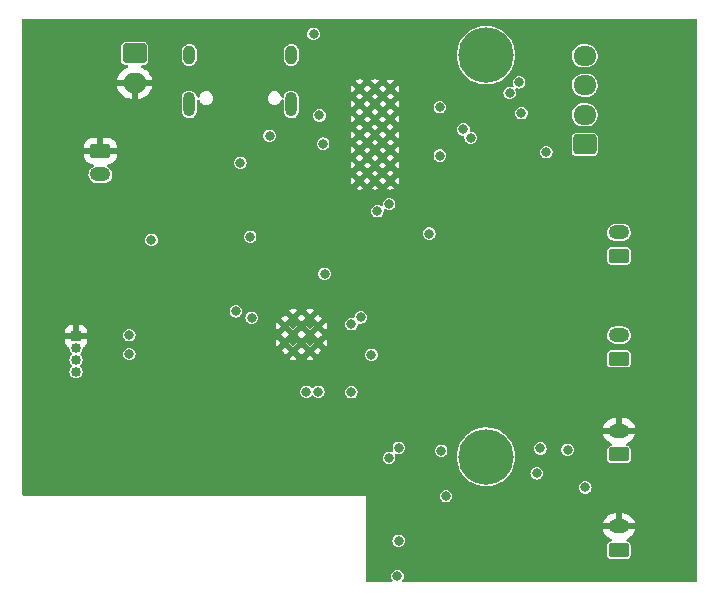
<source format=gbr>
%TF.GenerationSoftware,KiCad,Pcbnew,(6.0.7)*%
%TF.CreationDate,2023-08-26T21:57:55+08:00*%
%TF.ProjectId,ESP32_C3_motor_driver_V4,45535033-325f-4433-935f-6d6f746f725f,rev?*%
%TF.SameCoordinates,PX5ae29a0PY2d4cae0*%
%TF.FileFunction,Copper,L2,Inr*%
%TF.FilePolarity,Positive*%
%FSLAX46Y46*%
G04 Gerber Fmt 4.6, Leading zero omitted, Abs format (unit mm)*
G04 Created by KiCad (PCBNEW (6.0.7)) date 2023-08-26 21:57:55*
%MOMM*%
%LPD*%
G01*
G04 APERTURE LIST*
G04 Aperture macros list*
%AMRoundRect*
0 Rectangle with rounded corners*
0 $1 Rounding radius*
0 $2 $3 $4 $5 $6 $7 $8 $9 X,Y pos of 4 corners*
0 Add a 4 corners polygon primitive as box body*
4,1,4,$2,$3,$4,$5,$6,$7,$8,$9,$2,$3,0*
0 Add four circle primitives for the rounded corners*
1,1,$1+$1,$2,$3*
1,1,$1+$1,$4,$5*
1,1,$1+$1,$6,$7*
1,1,$1+$1,$8,$9*
0 Add four rect primitives between the rounded corners*
20,1,$1+$1,$2,$3,$4,$5,0*
20,1,$1+$1,$4,$5,$6,$7,0*
20,1,$1+$1,$6,$7,$8,$9,0*
20,1,$1+$1,$8,$9,$2,$3,0*%
G04 Aperture macros list end*
%TA.AperFunction,ComponentPad*%
%ADD10C,4.700000*%
%TD*%
%TA.AperFunction,ComponentPad*%
%ADD11C,0.500000*%
%TD*%
%TA.AperFunction,ComponentPad*%
%ADD12RoundRect,0.250000X0.725000X-0.600000X0.725000X0.600000X-0.725000X0.600000X-0.725000X-0.600000X0*%
%TD*%
%TA.AperFunction,ComponentPad*%
%ADD13O,1.950000X1.700000*%
%TD*%
%TA.AperFunction,ComponentPad*%
%ADD14RoundRect,0.250000X-0.625000X0.350000X-0.625000X-0.350000X0.625000X-0.350000X0.625000X0.350000X0*%
%TD*%
%TA.AperFunction,ComponentPad*%
%ADD15O,1.750000X1.200000*%
%TD*%
%TA.AperFunction,ComponentPad*%
%ADD16RoundRect,0.250000X0.625000X-0.350000X0.625000X0.350000X-0.625000X0.350000X-0.625000X-0.350000X0*%
%TD*%
%TA.AperFunction,ComponentPad*%
%ADD17RoundRect,0.250000X-0.750000X0.600000X-0.750000X-0.600000X0.750000X-0.600000X0.750000X0.600000X0*%
%TD*%
%TA.AperFunction,ComponentPad*%
%ADD18O,2.000000X1.700000*%
%TD*%
%TA.AperFunction,ComponentPad*%
%ADD19O,1.000000X1.600000*%
%TD*%
%TA.AperFunction,ComponentPad*%
%ADD20O,1.000000X2.100000*%
%TD*%
%TA.AperFunction,ComponentPad*%
%ADD21R,0.850000X0.850000*%
%TD*%
%TA.AperFunction,ComponentPad*%
%ADD22O,0.850000X0.850000*%
%TD*%
%TA.AperFunction,ViaPad*%
%ADD23C,0.800000*%
%TD*%
G04 APERTURE END LIST*
D10*
%TO.N,N/C*%
%TO.C,REF\u002A\u002A*%
X39700000Y-37500000D03*
%TD*%
%TO.N,N/C*%
%TO.C,REF\u002A\u002A*%
X39700000Y-3500000D03*
%TD*%
D11*
%TO.N,GND*%
%TO.C,U6*%
X23380000Y-27140000D03*
X23380000Y-26440000D03*
X23380000Y-25740000D03*
X22680000Y-26440000D03*
X23380000Y-27840000D03*
X22680000Y-27840000D03*
X23380000Y-28540000D03*
X24780000Y-28540000D03*
X24780000Y-27840000D03*
X24780000Y-27140000D03*
X24780000Y-26440000D03*
X24780000Y-25740000D03*
X24080000Y-26440000D03*
X24080000Y-27840000D03*
X25480000Y-27840000D03*
X25480000Y-26440000D03*
%TD*%
D12*
%TO.N,/M11*%
%TO.C,J10*%
X48050000Y-11050000D03*
D13*
%TO.N,/M12*%
X48050000Y-8550000D03*
%TO.N,/M13*%
X48050000Y-6050000D03*
%TO.N,/M14*%
X48050000Y-3550000D03*
%TD*%
D14*
%TO.N,GND*%
%TO.C,J5*%
X7050000Y-11600000D03*
D15*
%TO.N,/12V*%
X7050000Y-13600000D03*
%TD*%
D16*
%TO.N,/CAN_L*%
%TO.C,J4*%
X50950000Y-20500000D03*
D15*
%TO.N,/CAN_H*%
X50950000Y-18500000D03*
%TD*%
D11*
%TO.N,GND*%
%TO.C,U4*%
X30300000Y-10220000D03*
X30300000Y-11520000D03*
X30300000Y-12820000D03*
X30300000Y-14120000D03*
X30300000Y-8920000D03*
X30300000Y-7620000D03*
X30300000Y-6320000D03*
X31600000Y-14120000D03*
X29000000Y-14120000D03*
X31600000Y-12820000D03*
X29000000Y-12820000D03*
X29000000Y-11520000D03*
X31600000Y-11520000D03*
X31600000Y-10220000D03*
X29000000Y-10220000D03*
X31600000Y-8920000D03*
X29000000Y-8920000D03*
X31600000Y-7620000D03*
X29000000Y-7620000D03*
X31600000Y-6320000D03*
X29000000Y-6320000D03*
%TD*%
D16*
%TO.N,/CAN_L*%
%TO.C,J6*%
X50950000Y-29200000D03*
D15*
%TO.N,/CAN_H*%
X50950000Y-27200000D03*
%TD*%
D17*
%TO.N,/12V*%
%TO.C,J1*%
X9950000Y-3350000D03*
D18*
%TO.N,GND*%
X9950000Y-5850000D03*
%TD*%
D16*
%TO.N,Net-(J9-Pad1)*%
%TO.C,J9*%
X50950000Y-45400000D03*
D15*
%TO.N,GND*%
X50950000Y-43400000D03*
%TD*%
D19*
%TO.N,unconnected-(J2-PadS1)*%
%TO.C,J2*%
X14580000Y-3487500D03*
D20*
X23220000Y-7667500D03*
D19*
X23220000Y-3487500D03*
D20*
X14580000Y-7667500D03*
%TD*%
D21*
%TO.N,GND*%
%TO.C,J3*%
X4990000Y-27300000D03*
D22*
%TO.N,/UART0_TX*%
X4990000Y-28300000D03*
%TO.N,/UART0_RX*%
X4990000Y-29300000D03*
%TO.N,/3V3*%
X4990000Y-30300000D03*
%TD*%
D16*
%TO.N,Net-(J8-Pad1)*%
%TO.C,J8*%
X50950000Y-37300000D03*
D15*
%TO.N,GND*%
X50950000Y-35300000D03*
%TD*%
D23*
%TO.N,GND*%
X19000000Y-39800000D03*
X16900000Y-39800000D03*
X18000000Y-39800000D03*
X28300000Y-3800000D03*
X37700000Y-47700000D03*
X38600000Y-47700000D03*
X35900000Y-47700000D03*
X36800000Y-47700000D03*
X33200000Y-47700000D03*
X34100000Y-47700000D03*
X35000000Y-47700000D03*
X5500000Y-32700000D03*
X20400000Y-33600000D03*
X19500000Y-33600000D03*
X18600000Y-33600000D03*
X17700000Y-33600000D03*
X16800000Y-33600000D03*
X15900000Y-33600000D03*
X15000000Y-33600000D03*
X13200000Y-33600000D03*
X14100000Y-33600000D03*
X12300000Y-33600000D03*
X11400000Y-33600000D03*
X10500000Y-33600000D03*
X9600000Y-33600000D03*
X8700000Y-33600000D03*
X7800000Y-33600000D03*
X6800000Y-33600000D03*
X5900000Y-33600000D03*
X4600000Y-32100000D03*
X1900000Y-32100000D03*
X3700000Y-32100000D03*
X2800000Y-32100000D03*
X1000000Y-32100000D03*
X12190000Y-24970000D03*
X16487198Y-26287198D03*
X16270000Y-21790000D03*
X14290000Y-29480000D03*
X23960000Y-21920000D03*
X19100000Y-38200000D03*
X21567500Y-29702977D03*
X26000000Y-36300000D03*
X33250000Y-46700000D03*
X45800000Y-42700000D03*
X17700000Y-28600000D03*
X34775000Y-34625000D03*
X39450000Y-42800000D03*
X22700000Y-40200000D03*
X14500000Y-40200000D03*
X39250000Y-41800000D03*
X42000000Y-25900000D03*
X23600000Y-40200000D03*
X19194623Y-14992438D03*
X10000000Y-40200000D03*
X1000000Y-33000000D03*
X10900000Y-40200000D03*
X35400000Y-21000000D03*
X21332000Y-14858000D03*
X15700000Y-9700000D03*
X30000000Y-44100000D03*
X2800000Y-40200000D03*
X20900000Y-40200000D03*
X23300000Y-34900000D03*
X21200000Y-34200000D03*
X33900000Y-27400000D03*
X20400000Y-36300000D03*
X15100000Y-37400000D03*
X1000000Y-34800000D03*
X30000000Y-40400000D03*
X23300000Y-35800000D03*
X38200000Y-13342500D03*
X34000000Y-31300000D03*
X18500000Y-36400000D03*
X30000000Y-46800000D03*
X43900000Y-11000000D03*
X1000000Y-35700000D03*
X31100000Y-47700000D03*
X36602500Y-29900000D03*
X20900000Y-38100000D03*
X11800000Y-40200000D03*
X13030000Y-20760000D03*
X21000000Y-30500000D03*
X28990000Y-18980000D03*
X24500000Y-40200000D03*
X8200000Y-40200000D03*
X33200000Y-23400000D03*
X23400000Y-36700000D03*
X29000000Y-40200000D03*
X14800000Y-38300000D03*
X31500000Y-3300000D03*
X21800000Y-37700000D03*
X20000000Y-39800000D03*
X25400000Y-40200000D03*
X1900000Y-40200000D03*
X42000000Y-23500000D03*
X30000000Y-45900000D03*
X40575000Y-47300000D03*
X19400000Y-36400000D03*
X26192799Y-9816311D03*
X1000000Y-33900000D03*
X35800000Y-5000000D03*
X1000000Y-37500000D03*
X5500000Y-40200000D03*
X26900000Y-16500000D03*
X20700000Y-35300000D03*
X30000000Y-43200000D03*
X12600000Y-17400000D03*
X20000000Y-38200000D03*
X17600000Y-36400000D03*
X27400000Y-33800000D03*
X7300000Y-40200000D03*
X18200000Y-38200000D03*
X23300000Y-33100000D03*
X33700000Y-41300000D03*
X27100000Y-24600000D03*
X38757590Y-8007914D03*
X9100000Y-40200000D03*
X6400000Y-40200000D03*
X9500000Y-31800000D03*
X12700000Y-40200000D03*
X30100000Y-47700000D03*
X13600000Y-40200000D03*
X4600000Y-40200000D03*
X33400000Y-5300000D03*
X30000000Y-45000000D03*
X41802500Y-28800000D03*
X30000000Y-41400000D03*
X17300000Y-38200000D03*
X1000000Y-38400000D03*
X22100000Y-9700000D03*
X16500000Y-38800000D03*
X33254500Y-42400000D03*
X37602500Y-27300000D03*
X1000000Y-40200000D03*
X1000000Y-36600000D03*
X8900000Y-23700000D03*
X45800000Y-46600000D03*
X17200000Y-12337500D03*
X28100000Y-40200000D03*
X3700000Y-40200000D03*
X20400000Y-12355500D03*
X46400000Y-40100000D03*
X17700000Y-29600000D03*
X15800000Y-36700000D03*
X30000000Y-42300000D03*
X22500000Y-37000000D03*
X26000000Y-33100000D03*
X27040000Y-19070000D03*
X17500000Y-32500000D03*
X20400000Y-32100000D03*
X21100000Y-33000000D03*
X14800000Y-39300000D03*
X27200000Y-40200000D03*
X20300000Y-31100000D03*
X23300000Y-34000000D03*
X21800000Y-40200000D03*
X26300000Y-40200000D03*
X1000000Y-39300000D03*
X31800000Y-23400000D03*
X16700000Y-36400000D03*
%TO.N,/12V*%
X25100000Y-1700000D03*
X34900000Y-18600000D03*
%TO.N,/3V3*%
X11370000Y-19140000D03*
X48100000Y-40100000D03*
X32321181Y-36745500D03*
X30000000Y-28870500D03*
X44000000Y-38900000D03*
X26024500Y-22000000D03*
X19730000Y-18870000D03*
%TO.N,/INT_ACC*%
X35900000Y-37000000D03*
X31487198Y-37600000D03*
X36312802Y-40837198D03*
X29100000Y-25700000D03*
%TO.N,/5V_USB*%
X21375716Y-10314753D03*
X18900000Y-12600000D03*
%TO.N,Net-(J9-Pad1)*%
X28300000Y-26265500D03*
X28300000Y-32024500D03*
%TO.N,/M11*%
X35800000Y-12000000D03*
X44800000Y-11700000D03*
%TO.N,/M12*%
X38400000Y-10500000D03*
X42700000Y-8400000D03*
%TO.N,/M13*%
X41700000Y-6700000D03*
X35800000Y-7900000D03*
%TO.N,/M14*%
X42500000Y-5800000D03*
X37788580Y-9786677D03*
%TO.N,/SDA_ACC*%
X25500000Y-32000000D03*
X32200000Y-47600000D03*
%TO.N,/SCL_ACC*%
X32300000Y-44600000D03*
X24500000Y-32000000D03*
%TO.N,/DIR*%
X25600000Y-8600000D03*
X30500000Y-16700000D03*
%TO.N,/STP*%
X25900000Y-11000000D03*
X31500000Y-16100000D03*
%TO.N,Net-(J8-Pad1)*%
X46600000Y-36900000D03*
X44300000Y-36800000D03*
%TO.N,Net-(R19-Pad1)*%
X19866989Y-25733011D03*
X9500000Y-28800000D03*
%TO.N,Net-(R20-Pad1)*%
X9500000Y-27200000D03*
X18519873Y-25180127D03*
%TD*%
%TA.AperFunction,Conductor*%
%TO.N,GND*%
G36*
X57478273Y-402051D02*
G01*
X57491167Y-404093D01*
X57555320Y-434504D01*
X57592848Y-494772D01*
X57595907Y-508833D01*
X57597949Y-521727D01*
X57599500Y-541436D01*
X57599500Y-47958564D01*
X57597949Y-47978273D01*
X57595907Y-47991167D01*
X57565496Y-48055320D01*
X57505228Y-48092848D01*
X57491167Y-48095907D01*
X57478273Y-48097949D01*
X57458564Y-48099500D01*
X32740903Y-48099500D01*
X32672782Y-48079498D01*
X32626289Y-48025842D01*
X32616185Y-47955568D01*
X32640940Y-47896798D01*
X32663391Y-47867539D01*
X32716846Y-47738488D01*
X32735078Y-47600000D01*
X32716846Y-47461512D01*
X32663391Y-47332461D01*
X32578357Y-47221643D01*
X32467539Y-47136609D01*
X32338488Y-47083154D01*
X32200000Y-47064922D01*
X32061512Y-47083154D01*
X31932461Y-47136609D01*
X31821643Y-47221643D01*
X31736609Y-47332461D01*
X31683154Y-47461512D01*
X31664922Y-47600000D01*
X31683154Y-47738488D01*
X31736609Y-47867539D01*
X31759060Y-47896798D01*
X31784660Y-47963016D01*
X31770396Y-48032564D01*
X31720795Y-48083361D01*
X31659097Y-48099500D01*
X29626000Y-48099500D01*
X29557879Y-48079498D01*
X29511386Y-48025842D01*
X29500000Y-47973500D01*
X29500000Y-44600000D01*
X31764922Y-44600000D01*
X31783154Y-44738488D01*
X31836609Y-44867539D01*
X31921643Y-44978357D01*
X32032461Y-45063391D01*
X32161512Y-45116846D01*
X32300000Y-45135078D01*
X32308188Y-45134000D01*
X32430300Y-45117924D01*
X32438488Y-45116846D01*
X32567539Y-45063391D01*
X32678357Y-44978357D01*
X32763391Y-44867539D01*
X32816846Y-44738488D01*
X32835078Y-44600000D01*
X32816846Y-44461512D01*
X32763391Y-44332461D01*
X32678357Y-44221643D01*
X32567539Y-44136609D01*
X32438488Y-44083154D01*
X32300000Y-44064922D01*
X32161512Y-44083154D01*
X32032461Y-44136609D01*
X31921643Y-44221643D01*
X31836609Y-44332461D01*
X31783154Y-44461512D01*
X31764922Y-44600000D01*
X29500000Y-44600000D01*
X29500000Y-43667399D01*
X49599712Y-43667399D01*
X49621194Y-43756537D01*
X49625083Y-43767832D01*
X49707629Y-43949382D01*
X49713576Y-43959724D01*
X49828968Y-44122397D01*
X49836761Y-44131425D01*
X49980831Y-44269342D01*
X49990196Y-44276738D01*
X50157741Y-44384921D01*
X50168345Y-44390417D01*
X50276563Y-44434030D01*
X50332269Y-44478045D01*
X50355336Y-44545190D01*
X50338439Y-44614147D01*
X50286944Y-44663022D01*
X50247816Y-44675553D01*
X50242163Y-44676385D01*
X50214148Y-44680509D01*
X50205356Y-44684826D01*
X50205355Y-44684826D01*
X50109788Y-44731747D01*
X50109786Y-44731748D01*
X50100440Y-44736337D01*
X50010946Y-44825987D01*
X49955317Y-44939793D01*
X49944500Y-45013938D01*
X49944500Y-45786062D01*
X49955509Y-45860852D01*
X50011337Y-45974560D01*
X50100987Y-46064054D01*
X50110343Y-46068627D01*
X50110344Y-46068628D01*
X50151111Y-46088555D01*
X50214793Y-46119683D01*
X50265870Y-46127135D01*
X50284413Y-46129840D01*
X50284415Y-46129840D01*
X50288938Y-46130500D01*
X51611062Y-46130500D01*
X51685852Y-46119491D01*
X51789448Y-46068628D01*
X51790212Y-46068253D01*
X51790214Y-46068252D01*
X51799560Y-46063663D01*
X51889054Y-45974013D01*
X51944683Y-45860207D01*
X51955500Y-45786062D01*
X51955500Y-45013938D01*
X51944491Y-44939148D01*
X51909333Y-44867539D01*
X51893253Y-44834788D01*
X51893252Y-44834786D01*
X51888663Y-44825440D01*
X51799013Y-44735946D01*
X51789657Y-44731373D01*
X51789656Y-44731372D01*
X51748889Y-44711445D01*
X51685207Y-44680317D01*
X51664467Y-44677291D01*
X51661169Y-44676810D01*
X51596649Y-44647183D01*
X51558390Y-44587378D01*
X51558537Y-44516381D01*
X51597044Y-44456735D01*
X51632564Y-44435142D01*
X51643678Y-44430697D01*
X51820978Y-44339381D01*
X51831024Y-44332931D01*
X51987857Y-44209738D01*
X51996506Y-44201501D01*
X52127212Y-44050877D01*
X52134147Y-44041153D01*
X52234010Y-43868533D01*
X52238984Y-43857669D01*
X52304407Y-43669273D01*
X52304648Y-43668284D01*
X52303180Y-43657992D01*
X52289615Y-43654000D01*
X49614598Y-43654000D01*
X49601067Y-43657973D01*
X49599712Y-43667399D01*
X29500000Y-43667399D01*
X29500000Y-43131716D01*
X49595352Y-43131716D01*
X49596820Y-43142008D01*
X49610385Y-43146000D01*
X50677885Y-43146000D01*
X50693124Y-43141525D01*
X50694329Y-43140135D01*
X50696000Y-43132452D01*
X50696000Y-43127885D01*
X51204000Y-43127885D01*
X51208475Y-43143124D01*
X51209865Y-43144329D01*
X51217548Y-43146000D01*
X52285402Y-43146000D01*
X52298933Y-43142027D01*
X52300288Y-43132601D01*
X52278806Y-43043463D01*
X52274917Y-43032168D01*
X52192371Y-42850618D01*
X52186424Y-42840276D01*
X52071032Y-42677603D01*
X52063239Y-42668575D01*
X51919169Y-42530658D01*
X51909804Y-42523262D01*
X51742259Y-42415079D01*
X51731655Y-42409583D01*
X51546688Y-42335039D01*
X51535230Y-42331645D01*
X51338072Y-42293143D01*
X51329209Y-42292066D01*
X51326500Y-42292000D01*
X51222115Y-42292000D01*
X51206876Y-42296475D01*
X51205671Y-42297865D01*
X51204000Y-42305548D01*
X51204000Y-43127885D01*
X50696000Y-43127885D01*
X50696000Y-42310115D01*
X50691525Y-42294876D01*
X50690135Y-42293671D01*
X50682452Y-42292000D01*
X50625168Y-42292000D01*
X50619192Y-42292285D01*
X50470506Y-42306471D01*
X50458772Y-42308730D01*
X50267401Y-42364872D01*
X50256325Y-42369302D01*
X50079022Y-42460619D01*
X50068976Y-42467069D01*
X49912143Y-42590262D01*
X49903494Y-42598499D01*
X49772788Y-42749123D01*
X49765853Y-42758847D01*
X49665990Y-42931467D01*
X49661016Y-42942331D01*
X49595593Y-43130727D01*
X49595352Y-43131716D01*
X29500000Y-43131716D01*
X29500000Y-40837198D01*
X35777724Y-40837198D01*
X35795956Y-40975686D01*
X35849411Y-41104737D01*
X35934445Y-41215555D01*
X36045263Y-41300589D01*
X36174314Y-41354044D01*
X36312802Y-41372276D01*
X36320990Y-41371198D01*
X36443102Y-41355122D01*
X36451290Y-41354044D01*
X36580341Y-41300589D01*
X36691159Y-41215555D01*
X36776193Y-41104737D01*
X36829648Y-40975686D01*
X36847880Y-40837198D01*
X36829648Y-40698710D01*
X36776193Y-40569659D01*
X36691159Y-40458841D01*
X36580341Y-40373807D01*
X36451290Y-40320352D01*
X36312802Y-40302120D01*
X36174314Y-40320352D01*
X36045263Y-40373807D01*
X35934445Y-40458841D01*
X35849411Y-40569659D01*
X35795956Y-40698710D01*
X35777724Y-40837198D01*
X29500000Y-40837198D01*
X29500000Y-40800000D01*
X526500Y-40800000D01*
X458379Y-40779998D01*
X411886Y-40726342D01*
X400500Y-40674000D01*
X400500Y-40100000D01*
X47564922Y-40100000D01*
X47583154Y-40238488D01*
X47636609Y-40367539D01*
X47721643Y-40478357D01*
X47832461Y-40563391D01*
X47961512Y-40616846D01*
X48100000Y-40635078D01*
X48108188Y-40634000D01*
X48230300Y-40617924D01*
X48238488Y-40616846D01*
X48367539Y-40563391D01*
X48478357Y-40478357D01*
X48563391Y-40367539D01*
X48616846Y-40238488D01*
X48635078Y-40100000D01*
X48616846Y-39961512D01*
X48563391Y-39832461D01*
X48478357Y-39721643D01*
X48367539Y-39636609D01*
X48238488Y-39583154D01*
X48100000Y-39564922D01*
X47961512Y-39583154D01*
X47832461Y-39636609D01*
X47721643Y-39721643D01*
X47636609Y-39832461D01*
X47583154Y-39961512D01*
X47564922Y-40100000D01*
X400500Y-40100000D01*
X400500Y-37600000D01*
X30952120Y-37600000D01*
X30970352Y-37738488D01*
X31023807Y-37867539D01*
X31108841Y-37978357D01*
X31219659Y-38063391D01*
X31348710Y-38116846D01*
X31487198Y-38135078D01*
X31495386Y-38134000D01*
X31617498Y-38117924D01*
X31625686Y-38116846D01*
X31754737Y-38063391D01*
X31865555Y-37978357D01*
X31950589Y-37867539D01*
X32004044Y-37738488D01*
X32022276Y-37600000D01*
X32004044Y-37461512D01*
X32000884Y-37453883D01*
X32000883Y-37453879D01*
X31983871Y-37412810D01*
X31976281Y-37342221D01*
X32008059Y-37278733D01*
X32069117Y-37242505D01*
X32140069Y-37245039D01*
X32148496Y-37248182D01*
X32175060Y-37259185D01*
X32175065Y-37259186D01*
X32182693Y-37262346D01*
X32190881Y-37263424D01*
X32222138Y-37267539D01*
X32321181Y-37280578D01*
X32329369Y-37279500D01*
X32451481Y-37263424D01*
X32459669Y-37262346D01*
X32588720Y-37208891D01*
X32699538Y-37123857D01*
X32784572Y-37013039D01*
X32789973Y-37000000D01*
X35364922Y-37000000D01*
X35366000Y-37008188D01*
X35380366Y-37117307D01*
X35383154Y-37138488D01*
X35436609Y-37267539D01*
X35521643Y-37378357D01*
X35632461Y-37463391D01*
X35761512Y-37516846D01*
X35900000Y-37535078D01*
X35908188Y-37534000D01*
X36030300Y-37517924D01*
X36038488Y-37516846D01*
X36079158Y-37500000D01*
X37214596Y-37500000D01*
X37234194Y-37811504D01*
X37292680Y-38118095D01*
X37293907Y-38121871D01*
X37379830Y-38386314D01*
X37389130Y-38414938D01*
X37390817Y-38418524D01*
X37390819Y-38418528D01*
X37520336Y-38693767D01*
X37520340Y-38693774D01*
X37522024Y-38697353D01*
X37689266Y-38960884D01*
X37888218Y-39201376D01*
X38115744Y-39415037D01*
X38118946Y-39417364D01*
X38118948Y-39417365D01*
X38141844Y-39434000D01*
X38368254Y-39598496D01*
X38431833Y-39633449D01*
X38583115Y-39716617D01*
X38641766Y-39748861D01*
X38799836Y-39811445D01*
X38928285Y-39862302D01*
X38928288Y-39862303D01*
X38931968Y-39863760D01*
X38935802Y-39864744D01*
X38935810Y-39864747D01*
X39122687Y-39912728D01*
X39234282Y-39941381D01*
X39238210Y-39941877D01*
X39238214Y-39941878D01*
X39333245Y-39953883D01*
X39543940Y-39980500D01*
X39856060Y-39980500D01*
X40066755Y-39953883D01*
X40161786Y-39941878D01*
X40161790Y-39941877D01*
X40165718Y-39941381D01*
X40277313Y-39912728D01*
X40464190Y-39864747D01*
X40464198Y-39864744D01*
X40468032Y-39863760D01*
X40471712Y-39862303D01*
X40471715Y-39862302D01*
X40600164Y-39811445D01*
X40758234Y-39748861D01*
X40816886Y-39716617D01*
X40968167Y-39633449D01*
X41031746Y-39598496D01*
X41258156Y-39434000D01*
X41281052Y-39417365D01*
X41281054Y-39417364D01*
X41284256Y-39415037D01*
X41511782Y-39201376D01*
X41710734Y-38960884D01*
X41749372Y-38900000D01*
X43464922Y-38900000D01*
X43483154Y-39038488D01*
X43536609Y-39167539D01*
X43621643Y-39278357D01*
X43732461Y-39363391D01*
X43861512Y-39416846D01*
X44000000Y-39435078D01*
X44008188Y-39434000D01*
X44130300Y-39417924D01*
X44138488Y-39416846D01*
X44267539Y-39363391D01*
X44378357Y-39278357D01*
X44463391Y-39167539D01*
X44516846Y-39038488D01*
X44535078Y-38900000D01*
X44516846Y-38761512D01*
X44463391Y-38632461D01*
X44378357Y-38521643D01*
X44267539Y-38436609D01*
X44138488Y-38383154D01*
X44000000Y-38364922D01*
X43861512Y-38383154D01*
X43732461Y-38436609D01*
X43621643Y-38521643D01*
X43536609Y-38632461D01*
X43483154Y-38761512D01*
X43464922Y-38900000D01*
X41749372Y-38900000D01*
X41877976Y-38697353D01*
X41879660Y-38693774D01*
X41879664Y-38693767D01*
X42009181Y-38418528D01*
X42009183Y-38418524D01*
X42010870Y-38414938D01*
X42020171Y-38386314D01*
X42106093Y-38121871D01*
X42107320Y-38118095D01*
X42165806Y-37811504D01*
X42185404Y-37500000D01*
X42165806Y-37188496D01*
X42107320Y-36881905D01*
X42080707Y-36800000D01*
X43764922Y-36800000D01*
X43783154Y-36938488D01*
X43836609Y-37067539D01*
X43921643Y-37178357D01*
X44032461Y-37263391D01*
X44161512Y-37316846D01*
X44300000Y-37335078D01*
X44308188Y-37334000D01*
X44430300Y-37317924D01*
X44438488Y-37316846D01*
X44567539Y-37263391D01*
X44678357Y-37178357D01*
X44763391Y-37067539D01*
X44816846Y-36938488D01*
X44821913Y-36900000D01*
X46064922Y-36900000D01*
X46083154Y-37038488D01*
X46136609Y-37167539D01*
X46221643Y-37278357D01*
X46332461Y-37363391D01*
X46461512Y-37416846D01*
X46600000Y-37435078D01*
X46608188Y-37434000D01*
X46730300Y-37417924D01*
X46738488Y-37416846D01*
X46867539Y-37363391D01*
X46978357Y-37278357D01*
X47063391Y-37167539D01*
X47116846Y-37038488D01*
X47135078Y-36900000D01*
X47116846Y-36761512D01*
X47063391Y-36632461D01*
X46978357Y-36521643D01*
X46867539Y-36436609D01*
X46738488Y-36383154D01*
X46600000Y-36364922D01*
X46461512Y-36383154D01*
X46332461Y-36436609D01*
X46221643Y-36521643D01*
X46136609Y-36632461D01*
X46083154Y-36761512D01*
X46064922Y-36900000D01*
X44821913Y-36900000D01*
X44835078Y-36800000D01*
X44816846Y-36661512D01*
X44763391Y-36532461D01*
X44678357Y-36421643D01*
X44567539Y-36336609D01*
X44438488Y-36283154D01*
X44406548Y-36278949D01*
X44308188Y-36266000D01*
X44300000Y-36264922D01*
X44291812Y-36266000D01*
X44193453Y-36278949D01*
X44161512Y-36283154D01*
X44032461Y-36336609D01*
X43921643Y-36421643D01*
X43836609Y-36532461D01*
X43783154Y-36661512D01*
X43764922Y-36800000D01*
X42080707Y-36800000D01*
X42010870Y-36585062D01*
X42008728Y-36580509D01*
X41879664Y-36306233D01*
X41879660Y-36306226D01*
X41877976Y-36302647D01*
X41710734Y-36039116D01*
X41511782Y-35798624D01*
X41284256Y-35584963D01*
X41260082Y-35567399D01*
X49599712Y-35567399D01*
X49621194Y-35656537D01*
X49625083Y-35667832D01*
X49707629Y-35849382D01*
X49713576Y-35859724D01*
X49828968Y-36022397D01*
X49836761Y-36031425D01*
X49980831Y-36169342D01*
X49990196Y-36176738D01*
X50157741Y-36284921D01*
X50168345Y-36290417D01*
X50276563Y-36334030D01*
X50332269Y-36378045D01*
X50355336Y-36445190D01*
X50338439Y-36514147D01*
X50286944Y-36563022D01*
X50247816Y-36575553D01*
X50242163Y-36576385D01*
X50214148Y-36580509D01*
X50205356Y-36584826D01*
X50205355Y-36584826D01*
X50109788Y-36631747D01*
X50109786Y-36631748D01*
X50100440Y-36636337D01*
X50010946Y-36725987D01*
X50006373Y-36735343D01*
X50006372Y-36735344D01*
X49997310Y-36753883D01*
X49955317Y-36839793D01*
X49944500Y-36913938D01*
X49944500Y-37686062D01*
X49955509Y-37760852D01*
X49959826Y-37769644D01*
X49959826Y-37769645D01*
X50004144Y-37859909D01*
X50011337Y-37874560D01*
X50100987Y-37964054D01*
X50110343Y-37968627D01*
X50110344Y-37968628D01*
X50116848Y-37971807D01*
X50214793Y-38019683D01*
X50265870Y-38027135D01*
X50284413Y-38029840D01*
X50284415Y-38029840D01*
X50288938Y-38030500D01*
X51611062Y-38030500D01*
X51685852Y-38019491D01*
X51694645Y-38015174D01*
X51790212Y-37968253D01*
X51790214Y-37968252D01*
X51799560Y-37963663D01*
X51889054Y-37874013D01*
X51944683Y-37760207D01*
X51955500Y-37686062D01*
X51955500Y-36913938D01*
X51944491Y-36839148D01*
X51940174Y-36830355D01*
X51893253Y-36734788D01*
X51893252Y-36734786D01*
X51888663Y-36725440D01*
X51799013Y-36635946D01*
X51789657Y-36631373D01*
X51789656Y-36631372D01*
X51694914Y-36585062D01*
X51685207Y-36580317D01*
X51664467Y-36577291D01*
X51661169Y-36576810D01*
X51596649Y-36547183D01*
X51558390Y-36487378D01*
X51558537Y-36416381D01*
X51597044Y-36356735D01*
X51632564Y-36335142D01*
X51643678Y-36330697D01*
X51820978Y-36239381D01*
X51831024Y-36232931D01*
X51987857Y-36109738D01*
X51996506Y-36101501D01*
X52127212Y-35950877D01*
X52134147Y-35941153D01*
X52234010Y-35768533D01*
X52238984Y-35757669D01*
X52304407Y-35569273D01*
X52304648Y-35568284D01*
X52303180Y-35557992D01*
X52289615Y-35554000D01*
X49614598Y-35554000D01*
X49601067Y-35557973D01*
X49599712Y-35567399D01*
X41260082Y-35567399D01*
X41247108Y-35557973D01*
X41034954Y-35403835D01*
X41031746Y-35401504D01*
X40758234Y-35251139D01*
X40600164Y-35188555D01*
X40471715Y-35137698D01*
X40471712Y-35137697D01*
X40468032Y-35136240D01*
X40464198Y-35135256D01*
X40464190Y-35135253D01*
X40277313Y-35087272D01*
X40165718Y-35058619D01*
X40161790Y-35058123D01*
X40161786Y-35058122D01*
X40019402Y-35040135D01*
X39952759Y-35031716D01*
X49595352Y-35031716D01*
X49596820Y-35042008D01*
X49610385Y-35046000D01*
X50677885Y-35046000D01*
X50693124Y-35041525D01*
X50694329Y-35040135D01*
X50696000Y-35032452D01*
X50696000Y-35027885D01*
X51204000Y-35027885D01*
X51208475Y-35043124D01*
X51209865Y-35044329D01*
X51217548Y-35046000D01*
X52285402Y-35046000D01*
X52298933Y-35042027D01*
X52300288Y-35032601D01*
X52278806Y-34943463D01*
X52274917Y-34932168D01*
X52192371Y-34750618D01*
X52186424Y-34740276D01*
X52071032Y-34577603D01*
X52063239Y-34568575D01*
X51919169Y-34430658D01*
X51909804Y-34423262D01*
X51742259Y-34315079D01*
X51731655Y-34309583D01*
X51546688Y-34235039D01*
X51535230Y-34231645D01*
X51338072Y-34193143D01*
X51329209Y-34192066D01*
X51326500Y-34192000D01*
X51222115Y-34192000D01*
X51206876Y-34196475D01*
X51205671Y-34197865D01*
X51204000Y-34205548D01*
X51204000Y-35027885D01*
X50696000Y-35027885D01*
X50696000Y-34210115D01*
X50691525Y-34194876D01*
X50690135Y-34193671D01*
X50682452Y-34192000D01*
X50625168Y-34192000D01*
X50619192Y-34192285D01*
X50470506Y-34206471D01*
X50458772Y-34208730D01*
X50267401Y-34264872D01*
X50256325Y-34269302D01*
X50079022Y-34360619D01*
X50068976Y-34367069D01*
X49912143Y-34490262D01*
X49903494Y-34498499D01*
X49772788Y-34649123D01*
X49765853Y-34658847D01*
X49665990Y-34831467D01*
X49661016Y-34842331D01*
X49595593Y-35030727D01*
X49595352Y-35031716D01*
X39952759Y-35031716D01*
X39856060Y-35019500D01*
X39543940Y-35019500D01*
X39380598Y-35040135D01*
X39238214Y-35058122D01*
X39238210Y-35058123D01*
X39234282Y-35058619D01*
X39122687Y-35087272D01*
X38935810Y-35135253D01*
X38935802Y-35135256D01*
X38931968Y-35136240D01*
X38928288Y-35137697D01*
X38928285Y-35137698D01*
X38799836Y-35188555D01*
X38641766Y-35251139D01*
X38368254Y-35401504D01*
X38365046Y-35403835D01*
X38152893Y-35557973D01*
X38115744Y-35584963D01*
X37888218Y-35798624D01*
X37689266Y-36039116D01*
X37522024Y-36302647D01*
X37520340Y-36306226D01*
X37520336Y-36306233D01*
X37391272Y-36580509D01*
X37389130Y-36585062D01*
X37292680Y-36881905D01*
X37234194Y-37188496D01*
X37214596Y-37500000D01*
X36079158Y-37500000D01*
X36167539Y-37463391D01*
X36278357Y-37378357D01*
X36363391Y-37267539D01*
X36416846Y-37138488D01*
X36419635Y-37117307D01*
X36434000Y-37008188D01*
X36435078Y-37000000D01*
X36416846Y-36861512D01*
X36363391Y-36732461D01*
X36278357Y-36621643D01*
X36167539Y-36536609D01*
X36038488Y-36483154D01*
X35900000Y-36464922D01*
X35761512Y-36483154D01*
X35632461Y-36536609D01*
X35521643Y-36621643D01*
X35436609Y-36732461D01*
X35383154Y-36861512D01*
X35364922Y-37000000D01*
X32789973Y-37000000D01*
X32838027Y-36883988D01*
X32856259Y-36745500D01*
X32841234Y-36631372D01*
X32839105Y-36615200D01*
X32838027Y-36607012D01*
X32784572Y-36477961D01*
X32699538Y-36367143D01*
X32588720Y-36282109D01*
X32459669Y-36228654D01*
X32321181Y-36210422D01*
X32182693Y-36228654D01*
X32053642Y-36282109D01*
X31942824Y-36367143D01*
X31857790Y-36477961D01*
X31804335Y-36607012D01*
X31803257Y-36615200D01*
X31801128Y-36631372D01*
X31786103Y-36745500D01*
X31804335Y-36883988D01*
X31807495Y-36891616D01*
X31807496Y-36891621D01*
X31824508Y-36932690D01*
X31832098Y-37003279D01*
X31800320Y-37066767D01*
X31739262Y-37102995D01*
X31668310Y-37100461D01*
X31659883Y-37097318D01*
X31633319Y-37086315D01*
X31633314Y-37086314D01*
X31625686Y-37083154D01*
X31487198Y-37064922D01*
X31348710Y-37083154D01*
X31219659Y-37136609D01*
X31108841Y-37221643D01*
X31023807Y-37332461D01*
X30970352Y-37461512D01*
X30952120Y-37600000D01*
X400500Y-37600000D01*
X400500Y-32000000D01*
X23964922Y-32000000D01*
X23983154Y-32138488D01*
X24036609Y-32267539D01*
X24121643Y-32378357D01*
X24232461Y-32463391D01*
X24361512Y-32516846D01*
X24500000Y-32535078D01*
X24508188Y-32534000D01*
X24630300Y-32517924D01*
X24638488Y-32516846D01*
X24767539Y-32463391D01*
X24878357Y-32378357D01*
X24900038Y-32350102D01*
X24957376Y-32308235D01*
X25028247Y-32304013D01*
X25090150Y-32338777D01*
X25099962Y-32350102D01*
X25121643Y-32378357D01*
X25232461Y-32463391D01*
X25361512Y-32516846D01*
X25500000Y-32535078D01*
X25508188Y-32534000D01*
X25630300Y-32517924D01*
X25638488Y-32516846D01*
X25767539Y-32463391D01*
X25878357Y-32378357D01*
X25963391Y-32267539D01*
X26016846Y-32138488D01*
X26031853Y-32024500D01*
X27764922Y-32024500D01*
X27783154Y-32162988D01*
X27836609Y-32292039D01*
X27921643Y-32402857D01*
X28032461Y-32487891D01*
X28161512Y-32541346D01*
X28300000Y-32559578D01*
X28308188Y-32558500D01*
X28430300Y-32542424D01*
X28438488Y-32541346D01*
X28567539Y-32487891D01*
X28678357Y-32402857D01*
X28763391Y-32292039D01*
X28816846Y-32162988D01*
X28835078Y-32024500D01*
X28816846Y-31886012D01*
X28763391Y-31756961D01*
X28678357Y-31646143D01*
X28567539Y-31561109D01*
X28438488Y-31507654D01*
X28300000Y-31489422D01*
X28161512Y-31507654D01*
X28032461Y-31561109D01*
X27921643Y-31646143D01*
X27836609Y-31756961D01*
X27783154Y-31886012D01*
X27764922Y-32024500D01*
X26031853Y-32024500D01*
X26035078Y-32000000D01*
X26016846Y-31861512D01*
X25963391Y-31732461D01*
X25878357Y-31621643D01*
X25767539Y-31536609D01*
X25638488Y-31483154D01*
X25500000Y-31464922D01*
X25361512Y-31483154D01*
X25232461Y-31536609D01*
X25121643Y-31621643D01*
X25116617Y-31628193D01*
X25099962Y-31649898D01*
X25042624Y-31691765D01*
X24971753Y-31695987D01*
X24909850Y-31661223D01*
X24900038Y-31649898D01*
X24883383Y-31628193D01*
X24878357Y-31621643D01*
X24767539Y-31536609D01*
X24638488Y-31483154D01*
X24500000Y-31464922D01*
X24361512Y-31483154D01*
X24232461Y-31536609D01*
X24121643Y-31621643D01*
X24036609Y-31732461D01*
X23983154Y-31861512D01*
X23964922Y-32000000D01*
X400500Y-32000000D01*
X400500Y-27769669D01*
X4057001Y-27769669D01*
X4057371Y-27776490D01*
X4062895Y-27827352D01*
X4066521Y-27842604D01*
X4111676Y-27963054D01*
X4120214Y-27978649D01*
X4196715Y-28080724D01*
X4209276Y-28093285D01*
X4311351Y-28169786D01*
X4326950Y-28178326D01*
X4349013Y-28186597D01*
X4405778Y-28229238D01*
X4430317Y-28295364D01*
X4429707Y-28300000D01*
X4448799Y-28445014D01*
X4504772Y-28580146D01*
X4593813Y-28696187D01*
X4600366Y-28701215D01*
X4606203Y-28707052D01*
X4604904Y-28708351D01*
X4640701Y-28757384D01*
X4644918Y-28828255D01*
X4610150Y-28890155D01*
X4601497Y-28897652D01*
X4600359Y-28898790D01*
X4593813Y-28903813D01*
X4504772Y-29019854D01*
X4448799Y-29154986D01*
X4429707Y-29300000D01*
X4448799Y-29445014D01*
X4504772Y-29580146D01*
X4593813Y-29696187D01*
X4600366Y-29701215D01*
X4606203Y-29707052D01*
X4604904Y-29708351D01*
X4640701Y-29757384D01*
X4644918Y-29828255D01*
X4610150Y-29890155D01*
X4601497Y-29897652D01*
X4600359Y-29898790D01*
X4593813Y-29903813D01*
X4504772Y-30019854D01*
X4448799Y-30154986D01*
X4429707Y-30300000D01*
X4448799Y-30445014D01*
X4504772Y-30580146D01*
X4593813Y-30696187D01*
X4600363Y-30701213D01*
X4600366Y-30701216D01*
X4651833Y-30740708D01*
X4709853Y-30785228D01*
X4717483Y-30788388D01*
X4717484Y-30788389D01*
X4837358Y-30838042D01*
X4837362Y-30838043D01*
X4844986Y-30841201D01*
X4853166Y-30842278D01*
X4853170Y-30842279D01*
X4981812Y-30859215D01*
X4990000Y-30860293D01*
X4998188Y-30859215D01*
X5126830Y-30842279D01*
X5126834Y-30842278D01*
X5135014Y-30841201D01*
X5142638Y-30838043D01*
X5142642Y-30838042D01*
X5262516Y-30788389D01*
X5262517Y-30788388D01*
X5270147Y-30785228D01*
X5328167Y-30740707D01*
X5379634Y-30701216D01*
X5379637Y-30701213D01*
X5386187Y-30696187D01*
X5475228Y-30580146D01*
X5531201Y-30445014D01*
X5550293Y-30300000D01*
X5531201Y-30154986D01*
X5475228Y-30019854D01*
X5399447Y-29921094D01*
X5391214Y-29910364D01*
X5391213Y-29910363D01*
X5386187Y-29903813D01*
X5379634Y-29898785D01*
X5373797Y-29892948D01*
X5375097Y-29891648D01*
X5339302Y-29842628D01*
X5335078Y-29771757D01*
X5369841Y-29709853D01*
X5378497Y-29702352D01*
X5379633Y-29701216D01*
X5386187Y-29696187D01*
X5470689Y-29586062D01*
X49944500Y-29586062D01*
X49955509Y-29660852D01*
X49959826Y-29669644D01*
X49959826Y-29669645D01*
X49975885Y-29702352D01*
X50011337Y-29774560D01*
X50100987Y-29864054D01*
X50110343Y-29868627D01*
X50110344Y-29868628D01*
X50151111Y-29888555D01*
X50214793Y-29919683D01*
X50265870Y-29927135D01*
X50284413Y-29929840D01*
X50284415Y-29929840D01*
X50288938Y-29930500D01*
X51611062Y-29930500D01*
X51685852Y-29919491D01*
X51694645Y-29915174D01*
X51790212Y-29868253D01*
X51790214Y-29868252D01*
X51799560Y-29863663D01*
X51889054Y-29774013D01*
X51897183Y-29757384D01*
X51930298Y-29689636D01*
X51944683Y-29660207D01*
X51955500Y-29586062D01*
X51955500Y-28813938D01*
X51944491Y-28739148D01*
X51930108Y-28709853D01*
X51893253Y-28634788D01*
X51893252Y-28634786D01*
X51888663Y-28625440D01*
X51835647Y-28572516D01*
X51806384Y-28543304D01*
X51806383Y-28543304D01*
X51799013Y-28535946D01*
X51789657Y-28531373D01*
X51789656Y-28531372D01*
X51748889Y-28511445D01*
X51685207Y-28480317D01*
X51634130Y-28472865D01*
X51615587Y-28470160D01*
X51615585Y-28470160D01*
X51611062Y-28469500D01*
X50288938Y-28469500D01*
X50214148Y-28480509D01*
X50205356Y-28484826D01*
X50205355Y-28484826D01*
X50109788Y-28531747D01*
X50109786Y-28531748D01*
X50100440Y-28536337D01*
X50093082Y-28543707D01*
X50093083Y-28543707D01*
X50040474Y-28596408D01*
X50010946Y-28625987D01*
X49955317Y-28739793D01*
X49944500Y-28813938D01*
X49944500Y-29586062D01*
X5470689Y-29586062D01*
X5475228Y-29580146D01*
X5531201Y-29445014D01*
X5550293Y-29300000D01*
X5531201Y-29154986D01*
X5475228Y-29019854D01*
X5386187Y-28903813D01*
X5379634Y-28898785D01*
X5373797Y-28892948D01*
X5375097Y-28891648D01*
X5339302Y-28842628D01*
X5336761Y-28800000D01*
X8964922Y-28800000D01*
X8966000Y-28808188D01*
X8978500Y-28903133D01*
X8983154Y-28938488D01*
X9036609Y-29067539D01*
X9121643Y-29178357D01*
X9232461Y-29263391D01*
X9361512Y-29316846D01*
X9500000Y-29335078D01*
X9508188Y-29334000D01*
X9630300Y-29317924D01*
X9638488Y-29316846D01*
X9767539Y-29263391D01*
X9817657Y-29224934D01*
X23054239Y-29224934D01*
X23057022Y-29228652D01*
X23188857Y-29277681D01*
X23202448Y-29281070D01*
X23357044Y-29301697D01*
X23371040Y-29301991D01*
X23526360Y-29287855D01*
X23540085Y-29285038D01*
X23688415Y-29236843D01*
X23697055Y-29232924D01*
X23704463Y-29224934D01*
X24454239Y-29224934D01*
X24457022Y-29228652D01*
X24588857Y-29277681D01*
X24602448Y-29281070D01*
X24757044Y-29301697D01*
X24771040Y-29301991D01*
X24926360Y-29287855D01*
X24940085Y-29285038D01*
X25088415Y-29236843D01*
X25097055Y-29232924D01*
X25105430Y-29223891D01*
X25101925Y-29215478D01*
X24792812Y-28906365D01*
X24778868Y-28898751D01*
X24777035Y-28898882D01*
X24770420Y-28903133D01*
X24460999Y-29212554D01*
X24454239Y-29224934D01*
X23704463Y-29224934D01*
X23705430Y-29223891D01*
X23701925Y-29215478D01*
X23392812Y-28906365D01*
X23378868Y-28898751D01*
X23377035Y-28898882D01*
X23370420Y-28903133D01*
X23060999Y-29212554D01*
X23054239Y-29224934D01*
X9817657Y-29224934D01*
X9878357Y-29178357D01*
X9963391Y-29067539D01*
X10016846Y-28938488D01*
X10021501Y-28903133D01*
X10025797Y-28870500D01*
X29464922Y-28870500D01*
X29483154Y-29008988D01*
X29536609Y-29138039D01*
X29621643Y-29248857D01*
X29732461Y-29333891D01*
X29861512Y-29387346D01*
X30000000Y-29405578D01*
X30008188Y-29404500D01*
X30130300Y-29388424D01*
X30138488Y-29387346D01*
X30267539Y-29333891D01*
X30378357Y-29248857D01*
X30463391Y-29138039D01*
X30516846Y-29008988D01*
X30535078Y-28870500D01*
X30516846Y-28732012D01*
X30463391Y-28602961D01*
X30378357Y-28492143D01*
X30267539Y-28407109D01*
X30138488Y-28353654D01*
X30000000Y-28335422D01*
X29861512Y-28353654D01*
X29732461Y-28407109D01*
X29621643Y-28492143D01*
X29536609Y-28602961D01*
X29483154Y-28732012D01*
X29464922Y-28870500D01*
X10025797Y-28870500D01*
X10034000Y-28808188D01*
X10035078Y-28800000D01*
X10016846Y-28661512D01*
X9963391Y-28532461D01*
X9957615Y-28524934D01*
X22354239Y-28524934D01*
X22357022Y-28528652D01*
X22488857Y-28577681D01*
X22502448Y-28581070D01*
X22524948Y-28584072D01*
X22589825Y-28612907D01*
X22628814Y-28672240D01*
X22631314Y-28684776D01*
X22631720Y-28684690D01*
X22636097Y-28705280D01*
X22685327Y-28853270D01*
X22687729Y-28858468D01*
X22695717Y-28865772D01*
X22704338Y-28862109D01*
X23013635Y-28552812D01*
X23020013Y-28541132D01*
X23738751Y-28541132D01*
X23738882Y-28542965D01*
X23743133Y-28549580D01*
X24052178Y-28858625D01*
X24066123Y-28866240D01*
X24069686Y-28865985D01*
X24092573Y-28867108D01*
X24104338Y-28862109D01*
X24413635Y-28552812D01*
X24420013Y-28541132D01*
X25138751Y-28541132D01*
X25138882Y-28542965D01*
X25143133Y-28549580D01*
X25452178Y-28858625D01*
X25464558Y-28865385D01*
X25468374Y-28862528D01*
X25516330Y-28736284D01*
X25519811Y-28722726D01*
X25523794Y-28694388D01*
X25553082Y-28629714D01*
X25612687Y-28591141D01*
X25623232Y-28588498D01*
X25640078Y-28585040D01*
X25788415Y-28536843D01*
X25797055Y-28532924D01*
X25805430Y-28523891D01*
X25801925Y-28515478D01*
X25492812Y-28206365D01*
X25478868Y-28198751D01*
X25477035Y-28198882D01*
X25470420Y-28203133D01*
X25146365Y-28527188D01*
X25138751Y-28541132D01*
X24420013Y-28541132D01*
X24421249Y-28538868D01*
X24421118Y-28537035D01*
X24416867Y-28530420D01*
X24092812Y-28206365D01*
X24078868Y-28198751D01*
X24077035Y-28198882D01*
X24070420Y-28203133D01*
X23746365Y-28527188D01*
X23738751Y-28541132D01*
X23020013Y-28541132D01*
X23021249Y-28538868D01*
X23021118Y-28537035D01*
X23016867Y-28530420D01*
X22692812Y-28206365D01*
X22678868Y-28198751D01*
X22677035Y-28198882D01*
X22670420Y-28203133D01*
X22360999Y-28512554D01*
X22354239Y-28524934D01*
X9957615Y-28524934D01*
X9878357Y-28421643D01*
X9767539Y-28336609D01*
X9638488Y-28283154D01*
X9500000Y-28264922D01*
X9361512Y-28283154D01*
X9232461Y-28336609D01*
X9121643Y-28421643D01*
X9036609Y-28532461D01*
X8983154Y-28661512D01*
X8964922Y-28800000D01*
X5336761Y-28800000D01*
X5335078Y-28771757D01*
X5369841Y-28709853D01*
X5378497Y-28702352D01*
X5379633Y-28701216D01*
X5386187Y-28696187D01*
X5475228Y-28580146D01*
X5531201Y-28445014D01*
X5550293Y-28300000D01*
X5550550Y-28300034D01*
X5569217Y-28236458D01*
X5622873Y-28189965D01*
X5630987Y-28186597D01*
X5653050Y-28178326D01*
X5668649Y-28169786D01*
X5770724Y-28093285D01*
X5783285Y-28080724D01*
X5859786Y-27978649D01*
X5868324Y-27963054D01*
X5913478Y-27842606D01*
X5914963Y-27836362D01*
X21917966Y-27836362D01*
X21933186Y-27991585D01*
X21936097Y-28005280D01*
X21985327Y-28153270D01*
X21987729Y-28158468D01*
X21995717Y-28165772D01*
X22004338Y-28162109D01*
X22313635Y-27852812D01*
X22320013Y-27841132D01*
X23038751Y-27841132D01*
X23038882Y-27842965D01*
X23043133Y-27849580D01*
X23367188Y-28173635D01*
X23381132Y-28181249D01*
X23382965Y-28181118D01*
X23389580Y-28176867D01*
X23713635Y-27852812D01*
X23720013Y-27841132D01*
X24438751Y-27841132D01*
X24438882Y-27842965D01*
X24443133Y-27849580D01*
X24767188Y-28173635D01*
X24781132Y-28181249D01*
X24782965Y-28181118D01*
X24789580Y-28176867D01*
X25113635Y-27852812D01*
X25120013Y-27841132D01*
X25838751Y-27841132D01*
X25838882Y-27842965D01*
X25843133Y-27849580D01*
X26152178Y-28158625D01*
X26164558Y-28165385D01*
X26168374Y-28162528D01*
X26216331Y-28036283D01*
X26219811Y-28022727D01*
X26241948Y-27865221D01*
X26242554Y-27857338D01*
X26242741Y-27843962D01*
X26242354Y-27836062D01*
X26224625Y-27678003D01*
X26221523Y-27664350D01*
X26170700Y-27518407D01*
X26165141Y-27513467D01*
X26156088Y-27517465D01*
X25846365Y-27827188D01*
X25838751Y-27841132D01*
X25120013Y-27841132D01*
X25121249Y-27838868D01*
X25121118Y-27837035D01*
X25116867Y-27830420D01*
X24792812Y-27506365D01*
X24778868Y-27498751D01*
X24777035Y-27498882D01*
X24770420Y-27503133D01*
X24446365Y-27827188D01*
X24438751Y-27841132D01*
X23720013Y-27841132D01*
X23721249Y-27838868D01*
X23721118Y-27837035D01*
X23716867Y-27830420D01*
X23392812Y-27506365D01*
X23378868Y-27498751D01*
X23377035Y-27498882D01*
X23370420Y-27503133D01*
X23046365Y-27827188D01*
X23038751Y-27841132D01*
X22320013Y-27841132D01*
X22321249Y-27838868D01*
X22321118Y-27837035D01*
X22316867Y-27830420D01*
X22007039Y-27520592D01*
X21994659Y-27513832D01*
X21991037Y-27516543D01*
X21941001Y-27654016D01*
X21937709Y-27667625D01*
X21918162Y-27822356D01*
X21917966Y-27836362D01*
X5914963Y-27836362D01*
X5917105Y-27827351D01*
X5922631Y-27776486D01*
X5923000Y-27769672D01*
X5923000Y-27572115D01*
X5918525Y-27556876D01*
X5917135Y-27555671D01*
X5909452Y-27554000D01*
X4075116Y-27554000D01*
X4059877Y-27558475D01*
X4058672Y-27559865D01*
X4057001Y-27567548D01*
X4057001Y-27769669D01*
X400500Y-27769669D01*
X400500Y-27200000D01*
X8964922Y-27200000D01*
X8983154Y-27338488D01*
X9036609Y-27467539D01*
X9121643Y-27578357D01*
X9232461Y-27663391D01*
X9361512Y-27716846D01*
X9500000Y-27735078D01*
X9508188Y-27734000D01*
X9630300Y-27717924D01*
X9638488Y-27716846D01*
X9767539Y-27663391D01*
X9878357Y-27578357D01*
X9963391Y-27467539D01*
X10016846Y-27338488D01*
X10035078Y-27200000D01*
X10028803Y-27152339D01*
X22352577Y-27152339D01*
X22357684Y-27164131D01*
X22667188Y-27473635D01*
X22681132Y-27481249D01*
X22682965Y-27481118D01*
X22689580Y-27476867D01*
X23013635Y-27152812D01*
X23020013Y-27141132D01*
X23738751Y-27141132D01*
X23738882Y-27142965D01*
X23743133Y-27149580D01*
X24067188Y-27473635D01*
X24081132Y-27481249D01*
X24082965Y-27481118D01*
X24089580Y-27476867D01*
X24413635Y-27152812D01*
X24420013Y-27141132D01*
X25138751Y-27141132D01*
X25138882Y-27142965D01*
X25143133Y-27149580D01*
X25467188Y-27473635D01*
X25481132Y-27481249D01*
X25482965Y-27481118D01*
X25489580Y-27476867D01*
X25726673Y-27239774D01*
X49940603Y-27239774D01*
X49969450Y-27407655D01*
X49972315Y-27414389D01*
X49972316Y-27414391D01*
X50008573Y-27499598D01*
X50036145Y-27564396D01*
X50040484Y-27570292D01*
X50132771Y-27695697D01*
X50132773Y-27695700D01*
X50137109Y-27701591D01*
X50266927Y-27811880D01*
X50418635Y-27889346D01*
X50425740Y-27891085D01*
X50425744Y-27891086D01*
X50504724Y-27910412D01*
X50584094Y-27929833D01*
X50589696Y-27930181D01*
X50589699Y-27930181D01*
X50592906Y-27930380D01*
X50592916Y-27930380D01*
X50594845Y-27930500D01*
X51267655Y-27930500D01*
X51357180Y-27920062D01*
X51386923Y-27916595D01*
X51386924Y-27916595D01*
X51394195Y-27915747D01*
X51401072Y-27913251D01*
X51401075Y-27913250D01*
X51547436Y-27860123D01*
X51554315Y-27857626D01*
X51696769Y-27764229D01*
X51813916Y-27640566D01*
X51899473Y-27493269D01*
X51903114Y-27481249D01*
X51946727Y-27337247D01*
X51948849Y-27330241D01*
X51959397Y-27160226D01*
X51958097Y-27152656D01*
X51941124Y-27053883D01*
X51930550Y-26992345D01*
X51927684Y-26985609D01*
X51866722Y-26842341D01*
X51866721Y-26842339D01*
X51863855Y-26835604D01*
X51838079Y-26800578D01*
X51767229Y-26704303D01*
X51767227Y-26704300D01*
X51762891Y-26698409D01*
X51633073Y-26588120D01*
X51481365Y-26510654D01*
X51474260Y-26508915D01*
X51474256Y-26508914D01*
X51383676Y-26486750D01*
X51315906Y-26470167D01*
X51310304Y-26469819D01*
X51310301Y-26469819D01*
X51307094Y-26469620D01*
X51307084Y-26469620D01*
X51305155Y-26469500D01*
X50632345Y-26469500D01*
X50542820Y-26479938D01*
X50513077Y-26483405D01*
X50513076Y-26483405D01*
X50505805Y-26484253D01*
X50498928Y-26486749D01*
X50498925Y-26486750D01*
X50371402Y-26533039D01*
X50345685Y-26542374D01*
X50203231Y-26635771D01*
X50086084Y-26759434D01*
X50000527Y-26906731D01*
X49998406Y-26913735D01*
X49998404Y-26913739D01*
X49992734Y-26932461D01*
X49951151Y-27069759D01*
X49940603Y-27239774D01*
X25726673Y-27239774D01*
X25799847Y-27166600D01*
X25807461Y-27152656D01*
X25806811Y-27143567D01*
X25807575Y-27129039D01*
X25801925Y-27115478D01*
X25492812Y-26806365D01*
X25478868Y-26798751D01*
X25477035Y-26798882D01*
X25470420Y-26803133D01*
X25146365Y-27127188D01*
X25138751Y-27141132D01*
X24420013Y-27141132D01*
X24421249Y-27138868D01*
X24421118Y-27137035D01*
X24416867Y-27130420D01*
X24092812Y-26806365D01*
X24078868Y-26798751D01*
X24077035Y-26798882D01*
X24070420Y-26803133D01*
X23746365Y-27127188D01*
X23738751Y-27141132D01*
X23020013Y-27141132D01*
X23021249Y-27138868D01*
X23021118Y-27137035D01*
X23016867Y-27130420D01*
X22692812Y-26806365D01*
X22678868Y-26798751D01*
X22677035Y-26798882D01*
X22670420Y-26803133D01*
X22360999Y-27112554D01*
X22353385Y-27126498D01*
X22353611Y-27129663D01*
X22352577Y-27152339D01*
X10028803Y-27152339D01*
X10016846Y-27061512D01*
X9963391Y-26932461D01*
X9878357Y-26821643D01*
X9767539Y-26736609D01*
X9638488Y-26683154D01*
X9500000Y-26664922D01*
X9361512Y-26683154D01*
X9232461Y-26736609D01*
X9121643Y-26821643D01*
X9036609Y-26932461D01*
X8983154Y-27061512D01*
X8964922Y-27200000D01*
X400500Y-27200000D01*
X400500Y-27027885D01*
X4057000Y-27027885D01*
X4061475Y-27043124D01*
X4062865Y-27044329D01*
X4070548Y-27046000D01*
X4717885Y-27046000D01*
X4733124Y-27041525D01*
X4734329Y-27040135D01*
X4736000Y-27032452D01*
X4736000Y-27027885D01*
X5244000Y-27027885D01*
X5248475Y-27043124D01*
X5249865Y-27044329D01*
X5257548Y-27046000D01*
X5904884Y-27046000D01*
X5920123Y-27041525D01*
X5921328Y-27040135D01*
X5922999Y-27032452D01*
X5922999Y-26830331D01*
X5922629Y-26823510D01*
X5917105Y-26772648D01*
X5913479Y-26757396D01*
X5868324Y-26636946D01*
X5859786Y-26621351D01*
X5783285Y-26519276D01*
X5770724Y-26506715D01*
X5676852Y-26436362D01*
X21917966Y-26436362D01*
X21933186Y-26591585D01*
X21936097Y-26605280D01*
X21985327Y-26753270D01*
X21987729Y-26758468D01*
X21995717Y-26765772D01*
X22004338Y-26762109D01*
X22313635Y-26452812D01*
X22320013Y-26441132D01*
X23038751Y-26441132D01*
X23038882Y-26442965D01*
X23043133Y-26449580D01*
X23367188Y-26773635D01*
X23381132Y-26781249D01*
X23382965Y-26781118D01*
X23389580Y-26776867D01*
X23713635Y-26452812D01*
X23720013Y-26441132D01*
X24438751Y-26441132D01*
X24438882Y-26442965D01*
X24443133Y-26449580D01*
X24767188Y-26773635D01*
X24781132Y-26781249D01*
X24782965Y-26781118D01*
X24789580Y-26776867D01*
X25113635Y-26452812D01*
X25120013Y-26441132D01*
X25838751Y-26441132D01*
X25838882Y-26442965D01*
X25843133Y-26449580D01*
X26152178Y-26758625D01*
X26164558Y-26765385D01*
X26168374Y-26762528D01*
X26216331Y-26636283D01*
X26219811Y-26622727D01*
X26241948Y-26465221D01*
X26242554Y-26457338D01*
X26242741Y-26443962D01*
X26242354Y-26436062D01*
X26224625Y-26278003D01*
X26221784Y-26265500D01*
X27764922Y-26265500D01*
X27766000Y-26273688D01*
X27778285Y-26367000D01*
X27783154Y-26403988D01*
X27836609Y-26533039D01*
X27921643Y-26643857D01*
X28032461Y-26728891D01*
X28161512Y-26782346D01*
X28300000Y-26800578D01*
X28308188Y-26799500D01*
X28312883Y-26798882D01*
X28438488Y-26782346D01*
X28567539Y-26728891D01*
X28678357Y-26643857D01*
X28763391Y-26533039D01*
X28816846Y-26403988D01*
X28827082Y-26326234D01*
X28855804Y-26261308D01*
X28915069Y-26222216D01*
X28968448Y-26217759D01*
X29100000Y-26235078D01*
X29108188Y-26234000D01*
X29230300Y-26217924D01*
X29238488Y-26216846D01*
X29367539Y-26163391D01*
X29478357Y-26078357D01*
X29563391Y-25967539D01*
X29616846Y-25838488D01*
X29635078Y-25700000D01*
X29616846Y-25561512D01*
X29563391Y-25432461D01*
X29478357Y-25321643D01*
X29367539Y-25236609D01*
X29238488Y-25183154D01*
X29215496Y-25180127D01*
X29108188Y-25166000D01*
X29100000Y-25164922D01*
X29091812Y-25166000D01*
X28984505Y-25180127D01*
X28961512Y-25183154D01*
X28832461Y-25236609D01*
X28721643Y-25321643D01*
X28636609Y-25432461D01*
X28583154Y-25561512D01*
X28582076Y-25569700D01*
X28572918Y-25639265D01*
X28544196Y-25704192D01*
X28484931Y-25743284D01*
X28431552Y-25747741D01*
X28300000Y-25730422D01*
X28235845Y-25738868D01*
X28170035Y-25747532D01*
X28161512Y-25748654D01*
X28032461Y-25802109D01*
X27921643Y-25887143D01*
X27836609Y-25997961D01*
X27806021Y-26071807D01*
X27787109Y-26117465D01*
X27783154Y-26127012D01*
X27764922Y-26265500D01*
X26221784Y-26265500D01*
X26221523Y-26264350D01*
X26170700Y-26118407D01*
X26165141Y-26113467D01*
X26156088Y-26117465D01*
X25846365Y-26427188D01*
X25838751Y-26441132D01*
X25120013Y-26441132D01*
X25121249Y-26438868D01*
X25121118Y-26437035D01*
X25116867Y-26430420D01*
X24792812Y-26106365D01*
X24778868Y-26098751D01*
X24777035Y-26098882D01*
X24770420Y-26103133D01*
X24446365Y-26427188D01*
X24438751Y-26441132D01*
X23720013Y-26441132D01*
X23721249Y-26438868D01*
X23721118Y-26437035D01*
X23716867Y-26430420D01*
X23392812Y-26106365D01*
X23378868Y-26098751D01*
X23377035Y-26098882D01*
X23370420Y-26103133D01*
X23046365Y-26427188D01*
X23038751Y-26441132D01*
X22320013Y-26441132D01*
X22321249Y-26438868D01*
X22321118Y-26437035D01*
X22316867Y-26430420D01*
X22007039Y-26120592D01*
X21994659Y-26113832D01*
X21991037Y-26116543D01*
X21941001Y-26254016D01*
X21937709Y-26267625D01*
X21918162Y-26422356D01*
X21917966Y-26436362D01*
X5676852Y-26436362D01*
X5668649Y-26430214D01*
X5653054Y-26421676D01*
X5532606Y-26376522D01*
X5517351Y-26372895D01*
X5466486Y-26367369D01*
X5459672Y-26367000D01*
X5262115Y-26367000D01*
X5246876Y-26371475D01*
X5245671Y-26372865D01*
X5244000Y-26380548D01*
X5244000Y-27027885D01*
X4736000Y-27027885D01*
X4736000Y-26385116D01*
X4731525Y-26369877D01*
X4730135Y-26368672D01*
X4722452Y-26367001D01*
X4520331Y-26367001D01*
X4513510Y-26367371D01*
X4462648Y-26372895D01*
X4447396Y-26376521D01*
X4326946Y-26421676D01*
X4311351Y-26430214D01*
X4209276Y-26506715D01*
X4196715Y-26519276D01*
X4120214Y-26621351D01*
X4111676Y-26636946D01*
X4066522Y-26757394D01*
X4062895Y-26772649D01*
X4057369Y-26823514D01*
X4057000Y-26830328D01*
X4057000Y-27027885D01*
X400500Y-27027885D01*
X400500Y-25733011D01*
X19331911Y-25733011D01*
X19350143Y-25871499D01*
X19403598Y-26000550D01*
X19488632Y-26111368D01*
X19599450Y-26196402D01*
X19728501Y-26249857D01*
X19866989Y-26268089D01*
X19875177Y-26267011D01*
X19886655Y-26265500D01*
X20005477Y-26249857D01*
X20134528Y-26196402D01*
X20245346Y-26111368D01*
X20330380Y-26000550D01*
X20383835Y-25871499D01*
X20399132Y-25755302D01*
X22353860Y-25755302D01*
X22357684Y-25764131D01*
X22667188Y-26073635D01*
X22681132Y-26081249D01*
X22682965Y-26081118D01*
X22689580Y-26076867D01*
X23013635Y-25752812D01*
X23020013Y-25741132D01*
X23738751Y-25741132D01*
X23738882Y-25742965D01*
X23743133Y-25749580D01*
X24067188Y-26073635D01*
X24081132Y-26081249D01*
X24082965Y-26081118D01*
X24089580Y-26076867D01*
X24413635Y-25752812D01*
X24420013Y-25741132D01*
X25138751Y-25741132D01*
X25138882Y-25742965D01*
X25143133Y-25749580D01*
X25467188Y-26073635D01*
X25481132Y-26081249D01*
X25482965Y-26081118D01*
X25489580Y-26076867D01*
X25799847Y-25766600D01*
X25806607Y-25754220D01*
X25804022Y-25750766D01*
X25803722Y-25750606D01*
X25660826Y-25699723D01*
X25647179Y-25696522D01*
X25635601Y-25695141D01*
X25570328Y-25667214D01*
X25530516Y-25608430D01*
X25525306Y-25584074D01*
X25524625Y-25578002D01*
X25521523Y-25564350D01*
X25470700Y-25418407D01*
X25465141Y-25413467D01*
X25456088Y-25417465D01*
X25146365Y-25727188D01*
X25138751Y-25741132D01*
X24420013Y-25741132D01*
X24421249Y-25738868D01*
X24421118Y-25737035D01*
X24416867Y-25730420D01*
X24107039Y-25420592D01*
X24093094Y-25412977D01*
X24090342Y-25413174D01*
X24067935Y-25412233D01*
X24056088Y-25417465D01*
X23746365Y-25727188D01*
X23738751Y-25741132D01*
X23020013Y-25741132D01*
X23021249Y-25738868D01*
X23021118Y-25737035D01*
X23016867Y-25730420D01*
X22707039Y-25420592D01*
X22694659Y-25413832D01*
X22691037Y-25416543D01*
X22641001Y-25554016D01*
X22637709Y-25567624D01*
X22635553Y-25584691D01*
X22607171Y-25649767D01*
X22548111Y-25689168D01*
X22523718Y-25694208D01*
X22523206Y-25694262D01*
X22509533Y-25697268D01*
X22361884Y-25747532D01*
X22360113Y-25748366D01*
X22353860Y-25755302D01*
X20399132Y-25755302D01*
X20402067Y-25733011D01*
X20383835Y-25594523D01*
X20330380Y-25465472D01*
X20245346Y-25354654D01*
X20134528Y-25269620D01*
X20005477Y-25216165D01*
X19866989Y-25197933D01*
X19728501Y-25216165D01*
X19599450Y-25269620D01*
X19488632Y-25354654D01*
X19403598Y-25465472D01*
X19350143Y-25594523D01*
X19331911Y-25733011D01*
X400500Y-25733011D01*
X400500Y-25180127D01*
X17984795Y-25180127D01*
X18003027Y-25318615D01*
X18056482Y-25447666D01*
X18141516Y-25558484D01*
X18252334Y-25643518D01*
X18381385Y-25696973D01*
X18389573Y-25698051D01*
X18436220Y-25704192D01*
X18519873Y-25715205D01*
X18528061Y-25714127D01*
X18650173Y-25698051D01*
X18658361Y-25696973D01*
X18787412Y-25643518D01*
X18898230Y-25558484D01*
X18983264Y-25447666D01*
X19036719Y-25318615D01*
X19054951Y-25180127D01*
X19038518Y-25055302D01*
X23053860Y-25055302D01*
X23057684Y-25064131D01*
X23367188Y-25373635D01*
X23381132Y-25381249D01*
X23382965Y-25381118D01*
X23389580Y-25376867D01*
X23699847Y-25066600D01*
X23706016Y-25055302D01*
X24453860Y-25055302D01*
X24457684Y-25064131D01*
X24767188Y-25373635D01*
X24781132Y-25381249D01*
X24782965Y-25381118D01*
X24789580Y-25376867D01*
X25099847Y-25066600D01*
X25106607Y-25054220D01*
X25104022Y-25050766D01*
X25103722Y-25050606D01*
X24960820Y-24999720D01*
X24947195Y-24996524D01*
X24792318Y-24978057D01*
X24778321Y-24977959D01*
X24623207Y-24994262D01*
X24609533Y-24997268D01*
X24461884Y-25047532D01*
X24460113Y-25048366D01*
X24453860Y-25055302D01*
X23706016Y-25055302D01*
X23706607Y-25054220D01*
X23704022Y-25050766D01*
X23703722Y-25050606D01*
X23560820Y-24999720D01*
X23547195Y-24996524D01*
X23392318Y-24978057D01*
X23378321Y-24977959D01*
X23223207Y-24994262D01*
X23209533Y-24997268D01*
X23061884Y-25047532D01*
X23060113Y-25048366D01*
X23053860Y-25055302D01*
X19038518Y-25055302D01*
X19036719Y-25041639D01*
X18983264Y-24912588D01*
X18898230Y-24801770D01*
X18787412Y-24716736D01*
X18658361Y-24663281D01*
X18519873Y-24645049D01*
X18381385Y-24663281D01*
X18252334Y-24716736D01*
X18141516Y-24801770D01*
X18056482Y-24912588D01*
X18003027Y-25041639D01*
X17984795Y-25180127D01*
X400500Y-25180127D01*
X400500Y-22000000D01*
X25489422Y-22000000D01*
X25507654Y-22138488D01*
X25561109Y-22267539D01*
X25646143Y-22378357D01*
X25756961Y-22463391D01*
X25886012Y-22516846D01*
X26024500Y-22535078D01*
X26032688Y-22534000D01*
X26154800Y-22517924D01*
X26162988Y-22516846D01*
X26292039Y-22463391D01*
X26402857Y-22378357D01*
X26487891Y-22267539D01*
X26541346Y-22138488D01*
X26559578Y-22000000D01*
X26541346Y-21861512D01*
X26487891Y-21732461D01*
X26402857Y-21621643D01*
X26292039Y-21536609D01*
X26162988Y-21483154D01*
X26024500Y-21464922D01*
X25886012Y-21483154D01*
X25756961Y-21536609D01*
X25646143Y-21621643D01*
X25561109Y-21732461D01*
X25507654Y-21861512D01*
X25489422Y-22000000D01*
X400500Y-22000000D01*
X400500Y-20886062D01*
X49944500Y-20886062D01*
X49955509Y-20960852D01*
X50011337Y-21074560D01*
X50100987Y-21164054D01*
X50110343Y-21168627D01*
X50110344Y-21168628D01*
X50151111Y-21188555D01*
X50214793Y-21219683D01*
X50265870Y-21227135D01*
X50284413Y-21229840D01*
X50284415Y-21229840D01*
X50288938Y-21230500D01*
X51611062Y-21230500D01*
X51685852Y-21219491D01*
X51789448Y-21168628D01*
X51790212Y-21168253D01*
X51790214Y-21168252D01*
X51799560Y-21163663D01*
X51889054Y-21074013D01*
X51944683Y-20960207D01*
X51955500Y-20886062D01*
X51955500Y-20113938D01*
X51944491Y-20039148D01*
X51888663Y-19925440D01*
X51799013Y-19835946D01*
X51789657Y-19831373D01*
X51789656Y-19831372D01*
X51748889Y-19811445D01*
X51685207Y-19780317D01*
X51634130Y-19772865D01*
X51615587Y-19770160D01*
X51615585Y-19770160D01*
X51611062Y-19769500D01*
X50288938Y-19769500D01*
X50214148Y-19780509D01*
X50205356Y-19784826D01*
X50205355Y-19784826D01*
X50109788Y-19831747D01*
X50109786Y-19831748D01*
X50100440Y-19836337D01*
X50010946Y-19925987D01*
X49955317Y-20039793D01*
X49944500Y-20113938D01*
X49944500Y-20886062D01*
X400500Y-20886062D01*
X400500Y-19140000D01*
X10834922Y-19140000D01*
X10853154Y-19278488D01*
X10906609Y-19407539D01*
X10991643Y-19518357D01*
X11102461Y-19603391D01*
X11231512Y-19656846D01*
X11370000Y-19675078D01*
X11378188Y-19674000D01*
X11500300Y-19657924D01*
X11508488Y-19656846D01*
X11637539Y-19603391D01*
X11748357Y-19518357D01*
X11833391Y-19407539D01*
X11886846Y-19278488D01*
X11905078Y-19140000D01*
X11886846Y-19001512D01*
X11833391Y-18872461D01*
X11831503Y-18870000D01*
X19194922Y-18870000D01*
X19213154Y-19008488D01*
X19266609Y-19137539D01*
X19351643Y-19248357D01*
X19462461Y-19333391D01*
X19591512Y-19386846D01*
X19730000Y-19405078D01*
X19738188Y-19404000D01*
X19860300Y-19387924D01*
X19868488Y-19386846D01*
X19997539Y-19333391D01*
X20108357Y-19248357D01*
X20193391Y-19137539D01*
X20246846Y-19008488D01*
X20265078Y-18870000D01*
X20246846Y-18731512D01*
X20193391Y-18602461D01*
X20191503Y-18600000D01*
X34364922Y-18600000D01*
X34383154Y-18738488D01*
X34436609Y-18867539D01*
X34521643Y-18978357D01*
X34632461Y-19063391D01*
X34761512Y-19116846D01*
X34900000Y-19135078D01*
X34908188Y-19134000D01*
X35030300Y-19117924D01*
X35038488Y-19116846D01*
X35167539Y-19063391D01*
X35278357Y-18978357D01*
X35363391Y-18867539D01*
X35416846Y-18738488D01*
X35435078Y-18600000D01*
X35427149Y-18539774D01*
X49940603Y-18539774D01*
X49969450Y-18707655D01*
X49972315Y-18714389D01*
X49972316Y-18714391D01*
X50008573Y-18799598D01*
X50036145Y-18864396D01*
X50040484Y-18870292D01*
X50132771Y-18995697D01*
X50132773Y-18995700D01*
X50137109Y-19001591D01*
X50266927Y-19111880D01*
X50418635Y-19189346D01*
X50425740Y-19191085D01*
X50425744Y-19191086D01*
X50504724Y-19210412D01*
X50584094Y-19229833D01*
X50589696Y-19230181D01*
X50589699Y-19230181D01*
X50592906Y-19230380D01*
X50592916Y-19230380D01*
X50594845Y-19230500D01*
X51267655Y-19230500D01*
X51357180Y-19220062D01*
X51386923Y-19216595D01*
X51386924Y-19216595D01*
X51394195Y-19215747D01*
X51401072Y-19213251D01*
X51401075Y-19213250D01*
X51547436Y-19160123D01*
X51554315Y-19157626D01*
X51696769Y-19064229D01*
X51813916Y-18940566D01*
X51899473Y-18793269D01*
X51915698Y-18739700D01*
X51946727Y-18637247D01*
X51948849Y-18630241D01*
X51959397Y-18460226D01*
X51930550Y-18292345D01*
X51898327Y-18216617D01*
X51866722Y-18142341D01*
X51866721Y-18142339D01*
X51863855Y-18135604D01*
X51824463Y-18082076D01*
X51767229Y-18004303D01*
X51767227Y-18004300D01*
X51762891Y-17998409D01*
X51633073Y-17888120D01*
X51481365Y-17810654D01*
X51474260Y-17808915D01*
X51474256Y-17808914D01*
X51383676Y-17786750D01*
X51315906Y-17770167D01*
X51310304Y-17769819D01*
X51310301Y-17769819D01*
X51307094Y-17769620D01*
X51307084Y-17769620D01*
X51305155Y-17769500D01*
X50632345Y-17769500D01*
X50542820Y-17779938D01*
X50513077Y-17783405D01*
X50513076Y-17783405D01*
X50505805Y-17784253D01*
X50498928Y-17786749D01*
X50498925Y-17786750D01*
X50423903Y-17813982D01*
X50345685Y-17842374D01*
X50203231Y-17935771D01*
X50086084Y-18059434D01*
X50000527Y-18206731D01*
X49998406Y-18213735D01*
X49998404Y-18213739D01*
X49976637Y-18285609D01*
X49951151Y-18369759D01*
X49940603Y-18539774D01*
X35427149Y-18539774D01*
X35416846Y-18461512D01*
X35363391Y-18332461D01*
X35278357Y-18221643D01*
X35167539Y-18136609D01*
X35038488Y-18083154D01*
X34900000Y-18064922D01*
X34761512Y-18083154D01*
X34632461Y-18136609D01*
X34521643Y-18221643D01*
X34436609Y-18332461D01*
X34383154Y-18461512D01*
X34364922Y-18600000D01*
X20191503Y-18600000D01*
X20108357Y-18491643D01*
X19997539Y-18406609D01*
X19868488Y-18353154D01*
X19730000Y-18334922D01*
X19591512Y-18353154D01*
X19462461Y-18406609D01*
X19351643Y-18491643D01*
X19266609Y-18602461D01*
X19213154Y-18731512D01*
X19194922Y-18870000D01*
X11831503Y-18870000D01*
X11748357Y-18761643D01*
X11637539Y-18676609D01*
X11508488Y-18623154D01*
X11370000Y-18604922D01*
X11231512Y-18623154D01*
X11102461Y-18676609D01*
X10991643Y-18761643D01*
X10906609Y-18872461D01*
X10853154Y-19001512D01*
X10834922Y-19140000D01*
X400500Y-19140000D01*
X400500Y-16700000D01*
X29964922Y-16700000D01*
X29983154Y-16838488D01*
X30036609Y-16967539D01*
X30121643Y-17078357D01*
X30232461Y-17163391D01*
X30361512Y-17216846D01*
X30500000Y-17235078D01*
X30508188Y-17234000D01*
X30630300Y-17217924D01*
X30638488Y-17216846D01*
X30767539Y-17163391D01*
X30878357Y-17078357D01*
X30963391Y-16967539D01*
X31016846Y-16838488D01*
X31035078Y-16700000D01*
X31034000Y-16691809D01*
X31032549Y-16680786D01*
X31043489Y-16610638D01*
X31090618Y-16557540D01*
X31158972Y-16538351D01*
X31220475Y-16555225D01*
X31225904Y-16558359D01*
X31232461Y-16563391D01*
X31361512Y-16616846D01*
X31500000Y-16635078D01*
X31508188Y-16634000D01*
X31630300Y-16617924D01*
X31638488Y-16616846D01*
X31767539Y-16563391D01*
X31878357Y-16478357D01*
X31963391Y-16367539D01*
X32016846Y-16238488D01*
X32035078Y-16100000D01*
X32016846Y-15961512D01*
X31963391Y-15832461D01*
X31878357Y-15721643D01*
X31767539Y-15636609D01*
X31638488Y-15583154D01*
X31500000Y-15564922D01*
X31361512Y-15583154D01*
X31232461Y-15636609D01*
X31121643Y-15721643D01*
X31036609Y-15832461D01*
X30983154Y-15961512D01*
X30964922Y-16100000D01*
X30966000Y-16108188D01*
X30966000Y-16108191D01*
X30967451Y-16119214D01*
X30956511Y-16189362D01*
X30909382Y-16242460D01*
X30841028Y-16261649D01*
X30779525Y-16244775D01*
X30774096Y-16241641D01*
X30767539Y-16236609D01*
X30638488Y-16183154D01*
X30500000Y-16164922D01*
X30361512Y-16183154D01*
X30232461Y-16236609D01*
X30121643Y-16321643D01*
X30036609Y-16432461D01*
X29983154Y-16561512D01*
X29964922Y-16700000D01*
X400500Y-16700000D01*
X400500Y-14804934D01*
X28674239Y-14804934D01*
X28677022Y-14808652D01*
X28808857Y-14857681D01*
X28822448Y-14861070D01*
X28977044Y-14881697D01*
X28991040Y-14881991D01*
X29146360Y-14867855D01*
X29160085Y-14865038D01*
X29308415Y-14816843D01*
X29317055Y-14812924D01*
X29324463Y-14804934D01*
X29974239Y-14804934D01*
X29977022Y-14808652D01*
X30108857Y-14857681D01*
X30122448Y-14861070D01*
X30277044Y-14881697D01*
X30291040Y-14881991D01*
X30446360Y-14867855D01*
X30460085Y-14865038D01*
X30608415Y-14816843D01*
X30617055Y-14812924D01*
X30624463Y-14804934D01*
X31274239Y-14804934D01*
X31277022Y-14808652D01*
X31408857Y-14857681D01*
X31422448Y-14861070D01*
X31577044Y-14881697D01*
X31591040Y-14881991D01*
X31746360Y-14867855D01*
X31760085Y-14865038D01*
X31908415Y-14816843D01*
X31917055Y-14812924D01*
X31925430Y-14803891D01*
X31921925Y-14795478D01*
X31612812Y-14486365D01*
X31598868Y-14478751D01*
X31597035Y-14478882D01*
X31590420Y-14483133D01*
X31280999Y-14792554D01*
X31274239Y-14804934D01*
X30624463Y-14804934D01*
X30625430Y-14803891D01*
X30621925Y-14795478D01*
X30312812Y-14486365D01*
X30298868Y-14478751D01*
X30297035Y-14478882D01*
X30290420Y-14483133D01*
X29980999Y-14792554D01*
X29974239Y-14804934D01*
X29324463Y-14804934D01*
X29325430Y-14803891D01*
X29321925Y-14795478D01*
X29012812Y-14486365D01*
X28998868Y-14478751D01*
X28997035Y-14478882D01*
X28990420Y-14483133D01*
X28680999Y-14792554D01*
X28674239Y-14804934D01*
X400500Y-14804934D01*
X400500Y-11997095D01*
X5667001Y-11997095D01*
X5667338Y-12003614D01*
X5677257Y-12099206D01*
X5680149Y-12112600D01*
X5731588Y-12266784D01*
X5737761Y-12279962D01*
X5823063Y-12417807D01*
X5832099Y-12429208D01*
X5946829Y-12543739D01*
X5958240Y-12552751D01*
X6096243Y-12637816D01*
X6109424Y-12643963D01*
X6263710Y-12695138D01*
X6277086Y-12698005D01*
X6371438Y-12707672D01*
X6377854Y-12708000D01*
X6382595Y-12708000D01*
X6450716Y-12728002D01*
X6497209Y-12781658D01*
X6507313Y-12851932D01*
X6477819Y-12916512D01*
X6445296Y-12941781D01*
X6445685Y-12942374D01*
X6303231Y-13035771D01*
X6186084Y-13159434D01*
X6100527Y-13306731D01*
X6051151Y-13469759D01*
X6040603Y-13639774D01*
X6069450Y-13807655D01*
X6072315Y-13814389D01*
X6072316Y-13814391D01*
X6129009Y-13947625D01*
X6136145Y-13964396D01*
X6140484Y-13970292D01*
X6232771Y-14095697D01*
X6232773Y-14095700D01*
X6237109Y-14101591D01*
X6366927Y-14211880D01*
X6518635Y-14289346D01*
X6525740Y-14291085D01*
X6525744Y-14291086D01*
X6573319Y-14302727D01*
X6684094Y-14329833D01*
X6689696Y-14330181D01*
X6689699Y-14330181D01*
X6692906Y-14330380D01*
X6692916Y-14330380D01*
X6694845Y-14330500D01*
X7367655Y-14330500D01*
X7457180Y-14320062D01*
X7486923Y-14316595D01*
X7486924Y-14316595D01*
X7494195Y-14315747D01*
X7501072Y-14313251D01*
X7501075Y-14313250D01*
X7647436Y-14260123D01*
X7654315Y-14257626D01*
X7796769Y-14164229D01*
X7842114Y-14116362D01*
X28237966Y-14116362D01*
X28253186Y-14271585D01*
X28256097Y-14285280D01*
X28305327Y-14433270D01*
X28307729Y-14438468D01*
X28315717Y-14445772D01*
X28324338Y-14442109D01*
X28633635Y-14132812D01*
X28640013Y-14121132D01*
X29358751Y-14121132D01*
X29358882Y-14122965D01*
X29363133Y-14129580D01*
X29637188Y-14403635D01*
X29651132Y-14411249D01*
X29652965Y-14411118D01*
X29659580Y-14406867D01*
X29933635Y-14132812D01*
X29940013Y-14121132D01*
X30658751Y-14121132D01*
X30658882Y-14122965D01*
X30663133Y-14129580D01*
X30937188Y-14403635D01*
X30951132Y-14411249D01*
X30952965Y-14411118D01*
X30959580Y-14406867D01*
X31233635Y-14132812D01*
X31240013Y-14121132D01*
X31958751Y-14121132D01*
X31958882Y-14122965D01*
X31963133Y-14129580D01*
X32272178Y-14438625D01*
X32284558Y-14445385D01*
X32288374Y-14442528D01*
X32336331Y-14316283D01*
X32339811Y-14302727D01*
X32361948Y-14145221D01*
X32362554Y-14137338D01*
X32362741Y-14123962D01*
X32362354Y-14116062D01*
X32344625Y-13958003D01*
X32341523Y-13944350D01*
X32290700Y-13798407D01*
X32285141Y-13793467D01*
X32276088Y-13797465D01*
X31966365Y-14107188D01*
X31958751Y-14121132D01*
X31240013Y-14121132D01*
X31241249Y-14118868D01*
X31241118Y-14117035D01*
X31236867Y-14110420D01*
X30962812Y-13836365D01*
X30948868Y-13828751D01*
X30947035Y-13828882D01*
X30940420Y-13833133D01*
X30666365Y-14107188D01*
X30658751Y-14121132D01*
X29940013Y-14121132D01*
X29941249Y-14118868D01*
X29941118Y-14117035D01*
X29936867Y-14110420D01*
X29662812Y-13836365D01*
X29648868Y-13828751D01*
X29647035Y-13828882D01*
X29640420Y-13833133D01*
X29366365Y-14107188D01*
X29358751Y-14121132D01*
X28640013Y-14121132D01*
X28641249Y-14118868D01*
X28641118Y-14117035D01*
X28636867Y-14110420D01*
X28327039Y-13800592D01*
X28314659Y-13793832D01*
X28311037Y-13796543D01*
X28261001Y-13934016D01*
X28257709Y-13947625D01*
X28238162Y-14102356D01*
X28237966Y-14116362D01*
X7842114Y-14116362D01*
X7913916Y-14040566D01*
X7999473Y-13893269D01*
X8016708Y-13836365D01*
X8046727Y-13737247D01*
X8048849Y-13730241D01*
X8059397Y-13560226D01*
X8044088Y-13471132D01*
X28708751Y-13471132D01*
X28708882Y-13472965D01*
X28713133Y-13479580D01*
X28987188Y-13753635D01*
X29001132Y-13761249D01*
X29002965Y-13761118D01*
X29009580Y-13756867D01*
X29283635Y-13482812D01*
X29290013Y-13471132D01*
X30008751Y-13471132D01*
X30008882Y-13472965D01*
X30013133Y-13479580D01*
X30287188Y-13753635D01*
X30301132Y-13761249D01*
X30302965Y-13761118D01*
X30309580Y-13756867D01*
X30583635Y-13482812D01*
X30590013Y-13471132D01*
X31308751Y-13471132D01*
X31308882Y-13472965D01*
X31313133Y-13479580D01*
X31587188Y-13753635D01*
X31601132Y-13761249D01*
X31602965Y-13761118D01*
X31609580Y-13756867D01*
X31883635Y-13482812D01*
X31891249Y-13468868D01*
X31891118Y-13467035D01*
X31886867Y-13460420D01*
X31612812Y-13186365D01*
X31598868Y-13178751D01*
X31597035Y-13178882D01*
X31590420Y-13183133D01*
X31316365Y-13457188D01*
X31308751Y-13471132D01*
X30590013Y-13471132D01*
X30591249Y-13468868D01*
X30591118Y-13467035D01*
X30586867Y-13460420D01*
X30312812Y-13186365D01*
X30298868Y-13178751D01*
X30297035Y-13178882D01*
X30290420Y-13183133D01*
X30016365Y-13457188D01*
X30008751Y-13471132D01*
X29290013Y-13471132D01*
X29291249Y-13468868D01*
X29291118Y-13467035D01*
X29286867Y-13460420D01*
X29012812Y-13186365D01*
X28998868Y-13178751D01*
X28997035Y-13178882D01*
X28990420Y-13183133D01*
X28716365Y-13457188D01*
X28708751Y-13471132D01*
X8044088Y-13471132D01*
X8030550Y-13392345D01*
X8027684Y-13385609D01*
X7966722Y-13242341D01*
X7966721Y-13242339D01*
X7963855Y-13235604D01*
X7925241Y-13183133D01*
X7867229Y-13104303D01*
X7867227Y-13104300D01*
X7862891Y-13098409D01*
X7733073Y-12988120D01*
X7651009Y-12946216D01*
X7599436Y-12897423D01*
X7582430Y-12828493D01*
X7605390Y-12761311D01*
X7661026Y-12717208D01*
X7708310Y-12707999D01*
X7722095Y-12707999D01*
X7728614Y-12707662D01*
X7824206Y-12697743D01*
X7837600Y-12694851D01*
X7991784Y-12643412D01*
X8004962Y-12637239D01*
X8065139Y-12600000D01*
X18364922Y-12600000D01*
X18370637Y-12643412D01*
X18381774Y-12728002D01*
X18383154Y-12738488D01*
X18436609Y-12867539D01*
X18521643Y-12978357D01*
X18632461Y-13063391D01*
X18761512Y-13116846D01*
X18900000Y-13135078D01*
X18908188Y-13134000D01*
X19030300Y-13117924D01*
X19038488Y-13116846D01*
X19167539Y-13063391D01*
X19278357Y-12978357D01*
X19363391Y-12867539D01*
X19384589Y-12816362D01*
X28237966Y-12816362D01*
X28253186Y-12971585D01*
X28256097Y-12985280D01*
X28305327Y-13133270D01*
X28307729Y-13138468D01*
X28315717Y-13145772D01*
X28324338Y-13142109D01*
X28633635Y-12832812D01*
X28640013Y-12821132D01*
X29358751Y-12821132D01*
X29358882Y-12822965D01*
X29363133Y-12829580D01*
X29637188Y-13103635D01*
X29651132Y-13111249D01*
X29652965Y-13111118D01*
X29659580Y-13106867D01*
X29933635Y-12832812D01*
X29940013Y-12821132D01*
X30658751Y-12821132D01*
X30658882Y-12822965D01*
X30663133Y-12829580D01*
X30937188Y-13103635D01*
X30951132Y-13111249D01*
X30952965Y-13111118D01*
X30959580Y-13106867D01*
X31233635Y-12832812D01*
X31240013Y-12821132D01*
X31958751Y-12821132D01*
X31958882Y-12822965D01*
X31963133Y-12829580D01*
X32272178Y-13138625D01*
X32284558Y-13145385D01*
X32288374Y-13142528D01*
X32336331Y-13016283D01*
X32339811Y-13002727D01*
X32361948Y-12845221D01*
X32362554Y-12837338D01*
X32362741Y-12823962D01*
X32362354Y-12816062D01*
X32344625Y-12658003D01*
X32341523Y-12644350D01*
X32290700Y-12498407D01*
X32285141Y-12493467D01*
X32276088Y-12497465D01*
X31966365Y-12807188D01*
X31958751Y-12821132D01*
X31240013Y-12821132D01*
X31241249Y-12818868D01*
X31241118Y-12817035D01*
X31236867Y-12810420D01*
X30962812Y-12536365D01*
X30948868Y-12528751D01*
X30947035Y-12528882D01*
X30940420Y-12533133D01*
X30666365Y-12807188D01*
X30658751Y-12821132D01*
X29940013Y-12821132D01*
X29941249Y-12818868D01*
X29941118Y-12817035D01*
X29936867Y-12810420D01*
X29662812Y-12536365D01*
X29648868Y-12528751D01*
X29647035Y-12528882D01*
X29640420Y-12533133D01*
X29366365Y-12807188D01*
X29358751Y-12821132D01*
X28640013Y-12821132D01*
X28641249Y-12818868D01*
X28641118Y-12817035D01*
X28636867Y-12810420D01*
X28327039Y-12500592D01*
X28314659Y-12493832D01*
X28311037Y-12496543D01*
X28261001Y-12634016D01*
X28257709Y-12647625D01*
X28238162Y-12802356D01*
X28237966Y-12816362D01*
X19384589Y-12816362D01*
X19416846Y-12738488D01*
X19418227Y-12728002D01*
X19429363Y-12643412D01*
X19435078Y-12600000D01*
X19416846Y-12461512D01*
X19363391Y-12332461D01*
X19278357Y-12221643D01*
X19212530Y-12171132D01*
X28708751Y-12171132D01*
X28708882Y-12172965D01*
X28713133Y-12179580D01*
X28987188Y-12453635D01*
X29001132Y-12461249D01*
X29002965Y-12461118D01*
X29009580Y-12456867D01*
X29283635Y-12182812D01*
X29290013Y-12171132D01*
X30008751Y-12171132D01*
X30008882Y-12172965D01*
X30013133Y-12179580D01*
X30287188Y-12453635D01*
X30301132Y-12461249D01*
X30302965Y-12461118D01*
X30309580Y-12456867D01*
X30583635Y-12182812D01*
X30590013Y-12171132D01*
X31308751Y-12171132D01*
X31308882Y-12172965D01*
X31313133Y-12179580D01*
X31587188Y-12453635D01*
X31601132Y-12461249D01*
X31602965Y-12461118D01*
X31609580Y-12456867D01*
X31883635Y-12182812D01*
X31891249Y-12168868D01*
X31891118Y-12167035D01*
X31886867Y-12160420D01*
X31726447Y-12000000D01*
X35264922Y-12000000D01*
X35266000Y-12008188D01*
X35277983Y-12099206D01*
X35283154Y-12138488D01*
X35336609Y-12267539D01*
X35421643Y-12378357D01*
X35532461Y-12463391D01*
X35661512Y-12516846D01*
X35800000Y-12535078D01*
X35808188Y-12534000D01*
X35930300Y-12517924D01*
X35938488Y-12516846D01*
X36067539Y-12463391D01*
X36178357Y-12378357D01*
X36263391Y-12267539D01*
X36316846Y-12138488D01*
X36322018Y-12099206D01*
X36334000Y-12008188D01*
X36335078Y-12000000D01*
X36316846Y-11861512D01*
X36263391Y-11732461D01*
X36238483Y-11700000D01*
X44264922Y-11700000D01*
X44283154Y-11838488D01*
X44336609Y-11967539D01*
X44421643Y-12078357D01*
X44532461Y-12163391D01*
X44661512Y-12216846D01*
X44800000Y-12235078D01*
X44808188Y-12234000D01*
X44930300Y-12217924D01*
X44938488Y-12216846D01*
X45067539Y-12163391D01*
X45178357Y-12078357D01*
X45263391Y-11967539D01*
X45316846Y-11838488D01*
X45335078Y-11700000D01*
X45333243Y-11686062D01*
X46944500Y-11686062D01*
X46955509Y-11760852D01*
X46959826Y-11769644D01*
X46959826Y-11769645D01*
X47004931Y-11861512D01*
X47011337Y-11874560D01*
X47100987Y-11964054D01*
X47110343Y-11968627D01*
X47110344Y-11968628D01*
X47151111Y-11988555D01*
X47214793Y-12019683D01*
X47265870Y-12027135D01*
X47284413Y-12029840D01*
X47284415Y-12029840D01*
X47288938Y-12030500D01*
X48811062Y-12030500D01*
X48885852Y-12019491D01*
X48894645Y-12015174D01*
X48990212Y-11968253D01*
X48990214Y-11968252D01*
X48999560Y-11963663D01*
X49044493Y-11918652D01*
X49081696Y-11881384D01*
X49081696Y-11881383D01*
X49089054Y-11874013D01*
X49098837Y-11854000D01*
X49123455Y-11803635D01*
X49144683Y-11760207D01*
X49155500Y-11686062D01*
X49155500Y-10413938D01*
X49144491Y-10339148D01*
X49136534Y-10322941D01*
X49093253Y-10234788D01*
X49093252Y-10234786D01*
X49088663Y-10225440D01*
X49039402Y-10176265D01*
X49006384Y-10143304D01*
X49006383Y-10143304D01*
X48999013Y-10135946D01*
X48989657Y-10131373D01*
X48989656Y-10131372D01*
X48948889Y-10111445D01*
X48885207Y-10080317D01*
X48834130Y-10072865D01*
X48815587Y-10070160D01*
X48815585Y-10070160D01*
X48811062Y-10069500D01*
X47288938Y-10069500D01*
X47214148Y-10080509D01*
X47205356Y-10084826D01*
X47205355Y-10084826D01*
X47109788Y-10131747D01*
X47109786Y-10131748D01*
X47100440Y-10136337D01*
X47010946Y-10225987D01*
X47006373Y-10235343D01*
X47006372Y-10235344D01*
X47004052Y-10240091D01*
X46955317Y-10339793D01*
X46950954Y-10369700D01*
X46946136Y-10402727D01*
X46944500Y-10413938D01*
X46944500Y-11686062D01*
X45333243Y-11686062D01*
X45316846Y-11561512D01*
X45263391Y-11432461D01*
X45178357Y-11321643D01*
X45067539Y-11236609D01*
X44938488Y-11183154D01*
X44800000Y-11164922D01*
X44661512Y-11183154D01*
X44532461Y-11236609D01*
X44421643Y-11321643D01*
X44336609Y-11432461D01*
X44283154Y-11561512D01*
X44264922Y-11700000D01*
X36238483Y-11700000D01*
X36178357Y-11621643D01*
X36067539Y-11536609D01*
X35938488Y-11483154D01*
X35800000Y-11464922D01*
X35661512Y-11483154D01*
X35532461Y-11536609D01*
X35421643Y-11621643D01*
X35336609Y-11732461D01*
X35283154Y-11861512D01*
X35264922Y-12000000D01*
X31726447Y-12000000D01*
X31612812Y-11886365D01*
X31598868Y-11878751D01*
X31597035Y-11878882D01*
X31590420Y-11883133D01*
X31316365Y-12157188D01*
X31308751Y-12171132D01*
X30590013Y-12171132D01*
X30591249Y-12168868D01*
X30591118Y-12167035D01*
X30586867Y-12160420D01*
X30312812Y-11886365D01*
X30298868Y-11878751D01*
X30297035Y-11878882D01*
X30290420Y-11883133D01*
X30016365Y-12157188D01*
X30008751Y-12171132D01*
X29290013Y-12171132D01*
X29291249Y-12168868D01*
X29291118Y-12167035D01*
X29286867Y-12160420D01*
X29012812Y-11886365D01*
X28998868Y-11878751D01*
X28997035Y-11878882D01*
X28990420Y-11883133D01*
X28716365Y-12157188D01*
X28708751Y-12171132D01*
X19212530Y-12171132D01*
X19167539Y-12136609D01*
X19038488Y-12083154D01*
X18900000Y-12064922D01*
X18761512Y-12083154D01*
X18632461Y-12136609D01*
X18521643Y-12221643D01*
X18436609Y-12332461D01*
X18383154Y-12461512D01*
X18364922Y-12600000D01*
X8065139Y-12600000D01*
X8142807Y-12551937D01*
X8154208Y-12542901D01*
X8268739Y-12428171D01*
X8277751Y-12416760D01*
X8362816Y-12278757D01*
X8368963Y-12265576D01*
X8420138Y-12111290D01*
X8423005Y-12097914D01*
X8432672Y-12003562D01*
X8433000Y-11997146D01*
X8433000Y-11872115D01*
X8428525Y-11856876D01*
X8427135Y-11855671D01*
X8419452Y-11854000D01*
X5685116Y-11854000D01*
X5669877Y-11858475D01*
X5668672Y-11859865D01*
X5667001Y-11867548D01*
X5667001Y-11997095D01*
X400500Y-11997095D01*
X400500Y-11327885D01*
X5667000Y-11327885D01*
X5671475Y-11343124D01*
X5672865Y-11344329D01*
X5680548Y-11346000D01*
X6777885Y-11346000D01*
X6793124Y-11341525D01*
X6794329Y-11340135D01*
X6796000Y-11332452D01*
X6796000Y-11327885D01*
X7304000Y-11327885D01*
X7308475Y-11343124D01*
X7309865Y-11344329D01*
X7317548Y-11346000D01*
X8414884Y-11346000D01*
X8430123Y-11341525D01*
X8431328Y-11340135D01*
X8432999Y-11332452D01*
X8432999Y-11202905D01*
X8432662Y-11196386D01*
X8422743Y-11100794D01*
X8419851Y-11087400D01*
X8390693Y-11000000D01*
X25364922Y-11000000D01*
X25383154Y-11138488D01*
X25436609Y-11267539D01*
X25521643Y-11378357D01*
X25632461Y-11463391D01*
X25761512Y-11516846D01*
X25900000Y-11535078D01*
X25908188Y-11534000D01*
X25912374Y-11533449D01*
X26038488Y-11516846D01*
X26039656Y-11516362D01*
X28237966Y-11516362D01*
X28253186Y-11671585D01*
X28256097Y-11685280D01*
X28305327Y-11833270D01*
X28307729Y-11838468D01*
X28315717Y-11845772D01*
X28324338Y-11842109D01*
X28633635Y-11532812D01*
X28640013Y-11521132D01*
X29358751Y-11521132D01*
X29358882Y-11522965D01*
X29363133Y-11529580D01*
X29637188Y-11803635D01*
X29651132Y-11811249D01*
X29652965Y-11811118D01*
X29659580Y-11806867D01*
X29933635Y-11532812D01*
X29940013Y-11521132D01*
X30658751Y-11521132D01*
X30658882Y-11522965D01*
X30663133Y-11529580D01*
X30937188Y-11803635D01*
X30951132Y-11811249D01*
X30952965Y-11811118D01*
X30959580Y-11806867D01*
X31233635Y-11532812D01*
X31240013Y-11521132D01*
X31958751Y-11521132D01*
X31958882Y-11522965D01*
X31963133Y-11529580D01*
X32272178Y-11838625D01*
X32284558Y-11845385D01*
X32288374Y-11842528D01*
X32336331Y-11716283D01*
X32339811Y-11702727D01*
X32361948Y-11545221D01*
X32362554Y-11537338D01*
X32362741Y-11523962D01*
X32362354Y-11516062D01*
X32344625Y-11358003D01*
X32341523Y-11344350D01*
X32290700Y-11198407D01*
X32285141Y-11193467D01*
X32276088Y-11197465D01*
X31966365Y-11507188D01*
X31958751Y-11521132D01*
X31240013Y-11521132D01*
X31241249Y-11518868D01*
X31241118Y-11517035D01*
X31236867Y-11510420D01*
X30962812Y-11236365D01*
X30948868Y-11228751D01*
X30947035Y-11228882D01*
X30940420Y-11233133D01*
X30666365Y-11507188D01*
X30658751Y-11521132D01*
X29940013Y-11521132D01*
X29941249Y-11518868D01*
X29941118Y-11517035D01*
X29936867Y-11510420D01*
X29662812Y-11236365D01*
X29648868Y-11228751D01*
X29647035Y-11228882D01*
X29640420Y-11233133D01*
X29366365Y-11507188D01*
X29358751Y-11521132D01*
X28640013Y-11521132D01*
X28641249Y-11518868D01*
X28641118Y-11517035D01*
X28636867Y-11510420D01*
X28327039Y-11200592D01*
X28314659Y-11193832D01*
X28311037Y-11196543D01*
X28261001Y-11334016D01*
X28257709Y-11347625D01*
X28238162Y-11502356D01*
X28237966Y-11516362D01*
X26039656Y-11516362D01*
X26167539Y-11463391D01*
X26278357Y-11378357D01*
X26363391Y-11267539D01*
X26416846Y-11138488D01*
X26435078Y-11000000D01*
X26418201Y-10871807D01*
X26418112Y-10871132D01*
X28708751Y-10871132D01*
X28708882Y-10872965D01*
X28713133Y-10879580D01*
X28987188Y-11153635D01*
X29001132Y-11161249D01*
X29002965Y-11161118D01*
X29009580Y-11156867D01*
X29283635Y-10882812D01*
X29290013Y-10871132D01*
X30008751Y-10871132D01*
X30008882Y-10872965D01*
X30013133Y-10879580D01*
X30287188Y-11153635D01*
X30301132Y-11161249D01*
X30302965Y-11161118D01*
X30309580Y-11156867D01*
X30583635Y-10882812D01*
X30590013Y-10871132D01*
X31308751Y-10871132D01*
X31308882Y-10872965D01*
X31313133Y-10879580D01*
X31587188Y-11153635D01*
X31601132Y-11161249D01*
X31602965Y-11161118D01*
X31609580Y-11156867D01*
X31883635Y-10882812D01*
X31891249Y-10868868D01*
X31891118Y-10867035D01*
X31886867Y-10860420D01*
X31612812Y-10586365D01*
X31598868Y-10578751D01*
X31597035Y-10578882D01*
X31590420Y-10583133D01*
X31316365Y-10857188D01*
X31308751Y-10871132D01*
X30590013Y-10871132D01*
X30591249Y-10868868D01*
X30591118Y-10867035D01*
X30586867Y-10860420D01*
X30312812Y-10586365D01*
X30298868Y-10578751D01*
X30297035Y-10578882D01*
X30290420Y-10583133D01*
X30016365Y-10857188D01*
X30008751Y-10871132D01*
X29290013Y-10871132D01*
X29291249Y-10868868D01*
X29291118Y-10867035D01*
X29286867Y-10860420D01*
X29012812Y-10586365D01*
X28998868Y-10578751D01*
X28997035Y-10578882D01*
X28990420Y-10583133D01*
X28716365Y-10857188D01*
X28708751Y-10871132D01*
X26418112Y-10871132D01*
X26417924Y-10869700D01*
X26416846Y-10861512D01*
X26363391Y-10732461D01*
X26278357Y-10621643D01*
X26167539Y-10536609D01*
X26038488Y-10483154D01*
X25900000Y-10464922D01*
X25761512Y-10483154D01*
X25632461Y-10536609D01*
X25521643Y-10621643D01*
X25436609Y-10732461D01*
X25383154Y-10861512D01*
X25382076Y-10869700D01*
X25381799Y-10871807D01*
X25364922Y-11000000D01*
X8390693Y-11000000D01*
X8368412Y-10933216D01*
X8362239Y-10920038D01*
X8276937Y-10782193D01*
X8267901Y-10770792D01*
X8153171Y-10656261D01*
X8141760Y-10647249D01*
X8003757Y-10562184D01*
X7990576Y-10556037D01*
X7836290Y-10504862D01*
X7822914Y-10501995D01*
X7728562Y-10492328D01*
X7722145Y-10492000D01*
X7322115Y-10492000D01*
X7306876Y-10496475D01*
X7305671Y-10497865D01*
X7304000Y-10505548D01*
X7304000Y-11327885D01*
X6796000Y-11327885D01*
X6796000Y-10510116D01*
X6791525Y-10494877D01*
X6790135Y-10493672D01*
X6782452Y-10492001D01*
X6377905Y-10492001D01*
X6371386Y-10492338D01*
X6275794Y-10502257D01*
X6262400Y-10505149D01*
X6108216Y-10556588D01*
X6095038Y-10562761D01*
X5957193Y-10648063D01*
X5945792Y-10657099D01*
X5831261Y-10771829D01*
X5822249Y-10783240D01*
X5737184Y-10921243D01*
X5731037Y-10934424D01*
X5679862Y-11088710D01*
X5676995Y-11102086D01*
X5667328Y-11196438D01*
X5667000Y-11202855D01*
X5667000Y-11327885D01*
X400500Y-11327885D01*
X400500Y-10314753D01*
X20840638Y-10314753D01*
X20858870Y-10453241D01*
X20912325Y-10582292D01*
X20997359Y-10693110D01*
X21108177Y-10778144D01*
X21237228Y-10831599D01*
X21375716Y-10849831D01*
X21383904Y-10848753D01*
X21506016Y-10832677D01*
X21514204Y-10831599D01*
X21643255Y-10778144D01*
X21754073Y-10693110D01*
X21839107Y-10582292D01*
X21892562Y-10453241D01*
X21910794Y-10314753D01*
X21897841Y-10216362D01*
X28237966Y-10216362D01*
X28253186Y-10371585D01*
X28256097Y-10385280D01*
X28305327Y-10533270D01*
X28307729Y-10538468D01*
X28315717Y-10545772D01*
X28324338Y-10542109D01*
X28633635Y-10232812D01*
X28640013Y-10221132D01*
X29358751Y-10221132D01*
X29358882Y-10222965D01*
X29363133Y-10229580D01*
X29637188Y-10503635D01*
X29651132Y-10511249D01*
X29652965Y-10511118D01*
X29659580Y-10506867D01*
X29933635Y-10232812D01*
X29940013Y-10221132D01*
X30658751Y-10221132D01*
X30658882Y-10222965D01*
X30663133Y-10229580D01*
X30937188Y-10503635D01*
X30951132Y-10511249D01*
X30952965Y-10511118D01*
X30959580Y-10506867D01*
X31233635Y-10232812D01*
X31240013Y-10221132D01*
X31958751Y-10221132D01*
X31958882Y-10222965D01*
X31963133Y-10229580D01*
X32272178Y-10538625D01*
X32284558Y-10545385D01*
X32288374Y-10542528D01*
X32336331Y-10416283D01*
X32339811Y-10402727D01*
X32361948Y-10245221D01*
X32362554Y-10237338D01*
X32362741Y-10223962D01*
X32362354Y-10216062D01*
X32344625Y-10058003D01*
X32341523Y-10044350D01*
X32290700Y-9898407D01*
X32285141Y-9893467D01*
X32276088Y-9897465D01*
X31966365Y-10207188D01*
X31958751Y-10221132D01*
X31240013Y-10221132D01*
X31241249Y-10218868D01*
X31241118Y-10217035D01*
X31236867Y-10210420D01*
X30962812Y-9936365D01*
X30948868Y-9928751D01*
X30947035Y-9928882D01*
X30940420Y-9933133D01*
X30666365Y-10207188D01*
X30658751Y-10221132D01*
X29940013Y-10221132D01*
X29941249Y-10218868D01*
X29941118Y-10217035D01*
X29936867Y-10210420D01*
X29662812Y-9936365D01*
X29648868Y-9928751D01*
X29647035Y-9928882D01*
X29640420Y-9933133D01*
X29366365Y-10207188D01*
X29358751Y-10221132D01*
X28640013Y-10221132D01*
X28641249Y-10218868D01*
X28641118Y-10217035D01*
X28636867Y-10210420D01*
X28327039Y-9900592D01*
X28314659Y-9893832D01*
X28311037Y-9896543D01*
X28261001Y-10034016D01*
X28257709Y-10047625D01*
X28238162Y-10202356D01*
X28237966Y-10216362D01*
X21897841Y-10216362D01*
X21892562Y-10176265D01*
X21839107Y-10047214D01*
X21754073Y-9936396D01*
X21643255Y-9851362D01*
X21514204Y-9797907D01*
X21491098Y-9794865D01*
X21383904Y-9780753D01*
X21375716Y-9779675D01*
X21367528Y-9780753D01*
X21260335Y-9794865D01*
X21237228Y-9797907D01*
X21108177Y-9851362D01*
X20997359Y-9936396D01*
X20912325Y-10047214D01*
X20858870Y-10176265D01*
X20840638Y-10314753D01*
X400500Y-10314753D01*
X400500Y-9571132D01*
X28708751Y-9571132D01*
X28708882Y-9572965D01*
X28713133Y-9579580D01*
X28987188Y-9853635D01*
X29001132Y-9861249D01*
X29002965Y-9861118D01*
X29009580Y-9856867D01*
X29283635Y-9582812D01*
X29290013Y-9571132D01*
X30008751Y-9571132D01*
X30008882Y-9572965D01*
X30013133Y-9579580D01*
X30287188Y-9853635D01*
X30301132Y-9861249D01*
X30302965Y-9861118D01*
X30309580Y-9856867D01*
X30583635Y-9582812D01*
X30590013Y-9571132D01*
X31308751Y-9571132D01*
X31308882Y-9572965D01*
X31313133Y-9579580D01*
X31587188Y-9853635D01*
X31601132Y-9861249D01*
X31602965Y-9861118D01*
X31609580Y-9856867D01*
X31679770Y-9786677D01*
X37253502Y-9786677D01*
X37271734Y-9925165D01*
X37325189Y-10054216D01*
X37410223Y-10165034D01*
X37521041Y-10250068D01*
X37650092Y-10303523D01*
X37658280Y-10304601D01*
X37761766Y-10318225D01*
X37826693Y-10346947D01*
X37865785Y-10406212D01*
X37870242Y-10459592D01*
X37864922Y-10500000D01*
X37883154Y-10638488D01*
X37936609Y-10767539D01*
X38021643Y-10878357D01*
X38132461Y-10963391D01*
X38261512Y-11016846D01*
X38400000Y-11035078D01*
X38408188Y-11034000D01*
X38530300Y-11017924D01*
X38538488Y-11016846D01*
X38667539Y-10963391D01*
X38778357Y-10878357D01*
X38863391Y-10767539D01*
X38916846Y-10638488D01*
X38935078Y-10500000D01*
X38916846Y-10361512D01*
X38863391Y-10232461D01*
X38778357Y-10121643D01*
X38667539Y-10036609D01*
X38538488Y-9983154D01*
X38530300Y-9982076D01*
X38426814Y-9968452D01*
X38361887Y-9939730D01*
X38322795Y-9880465D01*
X38318338Y-9827085D01*
X38323658Y-9786677D01*
X38305426Y-9648189D01*
X38251971Y-9519138D01*
X38166937Y-9408320D01*
X38056119Y-9323286D01*
X37927068Y-9269831D01*
X37788580Y-9251599D01*
X37650092Y-9269831D01*
X37521041Y-9323286D01*
X37410223Y-9408320D01*
X37325189Y-9519138D01*
X37271734Y-9648189D01*
X37253502Y-9786677D01*
X31679770Y-9786677D01*
X31883635Y-9582812D01*
X31891249Y-9568868D01*
X31891118Y-9567035D01*
X31886867Y-9560420D01*
X31612812Y-9286365D01*
X31598868Y-9278751D01*
X31597035Y-9278882D01*
X31590420Y-9283133D01*
X31316365Y-9557188D01*
X31308751Y-9571132D01*
X30590013Y-9571132D01*
X30591249Y-9568868D01*
X30591118Y-9567035D01*
X30586867Y-9560420D01*
X30312812Y-9286365D01*
X30298868Y-9278751D01*
X30297035Y-9278882D01*
X30290420Y-9283133D01*
X30016365Y-9557188D01*
X30008751Y-9571132D01*
X29290013Y-9571132D01*
X29291249Y-9568868D01*
X29291118Y-9567035D01*
X29286867Y-9560420D01*
X29012812Y-9286365D01*
X28998868Y-9278751D01*
X28997035Y-9278882D01*
X28990420Y-9283133D01*
X28716365Y-9557188D01*
X28708751Y-9571132D01*
X400500Y-9571132D01*
X400500Y-8257166D01*
X13949500Y-8257166D01*
X13964455Y-8375545D01*
X13977379Y-8408188D01*
X14016991Y-8508237D01*
X14023097Y-8523660D01*
X14050312Y-8561118D01*
X14112072Y-8646124D01*
X14112075Y-8646127D01*
X14116732Y-8652537D01*
X14239476Y-8754080D01*
X14383616Y-8821907D01*
X14474820Y-8839305D01*
X14532310Y-8850272D01*
X14532312Y-8850272D01*
X14540096Y-8851757D01*
X14619589Y-8846756D01*
X14691172Y-8842252D01*
X14691174Y-8842252D01*
X14699083Y-8841754D01*
X14706619Y-8839305D01*
X14706621Y-8839305D01*
X14755596Y-8823392D01*
X14850587Y-8792528D01*
X14985090Y-8707170D01*
X14991095Y-8700776D01*
X15088714Y-8596821D01*
X15094139Y-8591044D01*
X15170883Y-8451447D01*
X15210500Y-8297151D01*
X15210500Y-7355088D01*
X15230502Y-7286967D01*
X15284158Y-7240474D01*
X15354432Y-7230370D01*
X15419012Y-7259864D01*
X15452909Y-7306870D01*
X15503808Y-7429750D01*
X15596696Y-7550804D01*
X15717750Y-7643692D01*
X15858720Y-7702084D01*
X15972020Y-7717000D01*
X16047980Y-7717000D01*
X16161280Y-7702084D01*
X16302250Y-7643692D01*
X16423304Y-7550804D01*
X16516192Y-7429750D01*
X16574584Y-7288780D01*
X16580944Y-7240474D01*
X16591091Y-7163391D01*
X16594500Y-7137500D01*
X21205500Y-7137500D01*
X21208909Y-7163391D01*
X21219057Y-7240474D01*
X21225416Y-7288780D01*
X21283808Y-7429750D01*
X21376696Y-7550804D01*
X21497750Y-7643692D01*
X21638720Y-7702084D01*
X21752020Y-7717000D01*
X21827980Y-7717000D01*
X21941280Y-7702084D01*
X22082250Y-7643692D01*
X22203304Y-7550804D01*
X22296192Y-7429750D01*
X22347091Y-7306870D01*
X22391640Y-7251589D01*
X22459003Y-7229168D01*
X22527794Y-7246726D01*
X22576173Y-7298689D01*
X22589500Y-7355088D01*
X22589500Y-8257166D01*
X22604455Y-8375545D01*
X22617379Y-8408188D01*
X22656991Y-8508237D01*
X22663097Y-8523660D01*
X22690312Y-8561118D01*
X22752072Y-8646124D01*
X22752075Y-8646127D01*
X22756732Y-8652537D01*
X22879476Y-8754080D01*
X23023616Y-8821907D01*
X23114820Y-8839305D01*
X23172310Y-8850272D01*
X23172312Y-8850272D01*
X23180096Y-8851757D01*
X23259589Y-8846756D01*
X23331172Y-8842252D01*
X23331174Y-8842252D01*
X23339083Y-8841754D01*
X23346619Y-8839305D01*
X23346621Y-8839305D01*
X23395596Y-8823392D01*
X23490587Y-8792528D01*
X23625090Y-8707170D01*
X23631095Y-8700776D01*
X23725729Y-8600000D01*
X25064922Y-8600000D01*
X25083154Y-8738488D01*
X25136609Y-8867539D01*
X25221643Y-8978357D01*
X25332461Y-9063391D01*
X25461512Y-9116846D01*
X25600000Y-9135078D01*
X25608188Y-9134000D01*
X25730300Y-9117924D01*
X25738488Y-9116846D01*
X25867539Y-9063391D01*
X25978357Y-8978357D01*
X26025928Y-8916362D01*
X28237966Y-8916362D01*
X28253186Y-9071585D01*
X28256097Y-9085280D01*
X28305327Y-9233270D01*
X28307729Y-9238468D01*
X28315717Y-9245772D01*
X28324338Y-9242109D01*
X28633635Y-8932812D01*
X28640013Y-8921132D01*
X29358751Y-8921132D01*
X29358882Y-8922965D01*
X29363133Y-8929580D01*
X29637188Y-9203635D01*
X29651132Y-9211249D01*
X29652965Y-9211118D01*
X29659580Y-9206867D01*
X29933635Y-8932812D01*
X29940013Y-8921132D01*
X30658751Y-8921132D01*
X30658882Y-8922965D01*
X30663133Y-8929580D01*
X30937188Y-9203635D01*
X30951132Y-9211249D01*
X30952965Y-9211118D01*
X30959580Y-9206867D01*
X31233635Y-8932812D01*
X31240013Y-8921132D01*
X31958751Y-8921132D01*
X31958882Y-8922965D01*
X31963133Y-8929580D01*
X32272178Y-9238625D01*
X32284558Y-9245385D01*
X32288374Y-9242528D01*
X32336331Y-9116283D01*
X32339811Y-9102727D01*
X32361948Y-8945221D01*
X32362554Y-8937338D01*
X32362741Y-8923962D01*
X32362354Y-8916062D01*
X32344625Y-8758003D01*
X32341523Y-8744350D01*
X32290700Y-8598407D01*
X32285141Y-8593467D01*
X32276088Y-8597465D01*
X31966365Y-8907188D01*
X31958751Y-8921132D01*
X31240013Y-8921132D01*
X31241249Y-8918868D01*
X31241118Y-8917035D01*
X31236867Y-8910420D01*
X30962812Y-8636365D01*
X30948868Y-8628751D01*
X30947035Y-8628882D01*
X30940420Y-8633133D01*
X30666365Y-8907188D01*
X30658751Y-8921132D01*
X29940013Y-8921132D01*
X29941249Y-8918868D01*
X29941118Y-8917035D01*
X29936867Y-8910420D01*
X29662812Y-8636365D01*
X29648868Y-8628751D01*
X29647035Y-8628882D01*
X29640420Y-8633133D01*
X29366365Y-8907188D01*
X29358751Y-8921132D01*
X28640013Y-8921132D01*
X28641249Y-8918868D01*
X28641118Y-8917035D01*
X28636867Y-8910420D01*
X28327039Y-8600592D01*
X28314659Y-8593832D01*
X28311037Y-8596543D01*
X28261001Y-8734016D01*
X28257709Y-8747625D01*
X28238162Y-8902356D01*
X28237966Y-8916362D01*
X26025928Y-8916362D01*
X26063391Y-8867539D01*
X26116846Y-8738488D01*
X26135078Y-8600000D01*
X26116846Y-8461512D01*
X26063391Y-8332461D01*
X26016331Y-8271132D01*
X28708751Y-8271132D01*
X28708882Y-8272965D01*
X28713133Y-8279580D01*
X28987188Y-8553635D01*
X29001132Y-8561249D01*
X29002965Y-8561118D01*
X29009580Y-8556867D01*
X29283635Y-8282812D01*
X29290013Y-8271132D01*
X30008751Y-8271132D01*
X30008882Y-8272965D01*
X30013133Y-8279580D01*
X30287188Y-8553635D01*
X30301132Y-8561249D01*
X30302965Y-8561118D01*
X30309580Y-8556867D01*
X30583635Y-8282812D01*
X30590013Y-8271132D01*
X31308751Y-8271132D01*
X31308882Y-8272965D01*
X31313133Y-8279580D01*
X31587188Y-8553635D01*
X31601132Y-8561249D01*
X31602965Y-8561118D01*
X31609580Y-8556867D01*
X31883635Y-8282812D01*
X31891249Y-8268868D01*
X31891118Y-8267035D01*
X31886867Y-8260420D01*
X31612812Y-7986365D01*
X31598868Y-7978751D01*
X31597035Y-7978882D01*
X31590420Y-7983133D01*
X31316365Y-8257188D01*
X31308751Y-8271132D01*
X30590013Y-8271132D01*
X30591249Y-8268868D01*
X30591118Y-8267035D01*
X30586867Y-8260420D01*
X30312812Y-7986365D01*
X30298868Y-7978751D01*
X30297035Y-7978882D01*
X30290420Y-7983133D01*
X30016365Y-8257188D01*
X30008751Y-8271132D01*
X29290013Y-8271132D01*
X29291249Y-8268868D01*
X29291118Y-8267035D01*
X29286867Y-8260420D01*
X29012812Y-7986365D01*
X28998868Y-7978751D01*
X28997035Y-7978882D01*
X28990420Y-7983133D01*
X28716365Y-8257188D01*
X28708751Y-8271132D01*
X26016331Y-8271132D01*
X25978357Y-8221643D01*
X25867539Y-8136609D01*
X25738488Y-8083154D01*
X25600000Y-8064922D01*
X25461512Y-8083154D01*
X25332461Y-8136609D01*
X25221643Y-8221643D01*
X25136609Y-8332461D01*
X25083154Y-8461512D01*
X25064922Y-8600000D01*
X23725729Y-8600000D01*
X23728714Y-8596821D01*
X23734139Y-8591044D01*
X23810883Y-8451447D01*
X23850500Y-8297151D01*
X23850500Y-7616362D01*
X28237966Y-7616362D01*
X28253186Y-7771585D01*
X28256097Y-7785280D01*
X28305327Y-7933270D01*
X28307729Y-7938468D01*
X28315717Y-7945772D01*
X28324338Y-7942109D01*
X28633635Y-7632812D01*
X28640013Y-7621132D01*
X29358751Y-7621132D01*
X29358882Y-7622965D01*
X29363133Y-7629580D01*
X29637188Y-7903635D01*
X29651132Y-7911249D01*
X29652965Y-7911118D01*
X29659580Y-7906867D01*
X29933635Y-7632812D01*
X29940013Y-7621132D01*
X30658751Y-7621132D01*
X30658882Y-7622965D01*
X30663133Y-7629580D01*
X30937188Y-7903635D01*
X30951132Y-7911249D01*
X30952965Y-7911118D01*
X30959580Y-7906867D01*
X31233635Y-7632812D01*
X31240013Y-7621132D01*
X31958751Y-7621132D01*
X31958882Y-7622965D01*
X31963133Y-7629580D01*
X32272178Y-7938625D01*
X32284558Y-7945385D01*
X32288374Y-7942528D01*
X32304529Y-7900000D01*
X35264922Y-7900000D01*
X35283154Y-8038488D01*
X35336609Y-8167539D01*
X35421643Y-8278357D01*
X35532461Y-8363391D01*
X35661512Y-8416846D01*
X35800000Y-8435078D01*
X35808188Y-8434000D01*
X35930300Y-8417924D01*
X35938488Y-8416846D01*
X35979158Y-8400000D01*
X42164922Y-8400000D01*
X42183154Y-8538488D01*
X42236609Y-8667539D01*
X42321643Y-8778357D01*
X42432461Y-8863391D01*
X42561512Y-8916846D01*
X42700000Y-8935078D01*
X42708188Y-8934000D01*
X42830300Y-8917924D01*
X42838488Y-8916846D01*
X42967539Y-8863391D01*
X43078357Y-8778357D01*
X43163391Y-8667539D01*
X43192136Y-8598144D01*
X46940620Y-8598144D01*
X46970406Y-8795098D01*
X47039187Y-8982040D01*
X47042547Y-8987460D01*
X47042548Y-8987461D01*
X47140790Y-9145910D01*
X47140793Y-9145914D01*
X47144153Y-9151333D01*
X47148539Y-9155971D01*
X47268791Y-9283133D01*
X47281017Y-9296062D01*
X47444186Y-9410314D01*
X47626997Y-9489424D01*
X47821981Y-9530158D01*
X47828507Y-9530500D01*
X48224785Y-9530500D01*
X48297817Y-9523082D01*
X48366825Y-9516072D01*
X48366826Y-9516072D01*
X48373174Y-9515427D01*
X48563252Y-9455860D01*
X48737471Y-9359289D01*
X48838157Y-9272991D01*
X48883870Y-9233810D01*
X48888713Y-9229659D01*
X48902994Y-9211249D01*
X49006885Y-9077313D01*
X49010800Y-9072266D01*
X49013618Y-9066540D01*
X49095930Y-8899260D01*
X49095932Y-8899255D01*
X49098745Y-8893538D01*
X49105775Y-8866551D01*
X49134192Y-8757454D01*
X49148955Y-8700776D01*
X49155070Y-8584101D01*
X49159046Y-8508237D01*
X49159046Y-8508233D01*
X49159380Y-8501856D01*
X49129594Y-8304902D01*
X49121467Y-8282812D01*
X49098961Y-8221643D01*
X49060813Y-8117960D01*
X49041192Y-8086314D01*
X48959210Y-7954090D01*
X48959207Y-7954086D01*
X48955847Y-7948667D01*
X48902082Y-7891812D01*
X48823372Y-7808579D01*
X48823371Y-7808578D01*
X48818983Y-7803938D01*
X48655814Y-7689686D01*
X48473003Y-7610576D01*
X48278019Y-7569842D01*
X48273177Y-7569588D01*
X48273172Y-7569588D01*
X48271493Y-7569500D01*
X47875215Y-7569500D01*
X47802183Y-7576918D01*
X47733175Y-7583928D01*
X47733174Y-7583928D01*
X47726826Y-7584573D01*
X47536748Y-7644140D01*
X47362529Y-7740711D01*
X47211287Y-7870341D01*
X47207376Y-7875383D01*
X47207375Y-7875384D01*
X47153077Y-7945385D01*
X47089200Y-8027734D01*
X47086384Y-8033457D01*
X47086382Y-8033460D01*
X47004070Y-8200740D01*
X47004068Y-8200745D01*
X47001255Y-8206462D01*
X46999647Y-8212635D01*
X46999646Y-8212638D01*
X46982528Y-8278357D01*
X46951045Y-8399224D01*
X46945997Y-8495537D01*
X46942554Y-8561249D01*
X46940620Y-8598144D01*
X43192136Y-8598144D01*
X43216846Y-8538488D01*
X43235078Y-8400000D01*
X43218201Y-8271807D01*
X43217924Y-8269700D01*
X43216846Y-8261512D01*
X43163391Y-8132461D01*
X43078357Y-8021643D01*
X42967539Y-7936609D01*
X42838488Y-7883154D01*
X42700000Y-7864922D01*
X42561512Y-7883154D01*
X42432461Y-7936609D01*
X42321643Y-8021643D01*
X42236609Y-8132461D01*
X42183154Y-8261512D01*
X42182076Y-8269700D01*
X42181799Y-8271807D01*
X42164922Y-8400000D01*
X35979158Y-8400000D01*
X36067539Y-8363391D01*
X36178357Y-8278357D01*
X36263391Y-8167539D01*
X36316846Y-8038488D01*
X36335078Y-7900000D01*
X36316846Y-7761512D01*
X36263391Y-7632461D01*
X36178357Y-7521643D01*
X36067539Y-7436609D01*
X35938488Y-7383154D01*
X35800000Y-7364922D01*
X35661512Y-7383154D01*
X35532461Y-7436609D01*
X35421643Y-7521643D01*
X35336609Y-7632461D01*
X35283154Y-7761512D01*
X35264922Y-7900000D01*
X32304529Y-7900000D01*
X32336331Y-7816283D01*
X32339811Y-7802727D01*
X32361948Y-7645221D01*
X32362554Y-7637338D01*
X32362741Y-7623962D01*
X32362354Y-7616062D01*
X32344625Y-7458003D01*
X32341523Y-7444350D01*
X32290700Y-7298407D01*
X32285141Y-7293467D01*
X32276088Y-7297465D01*
X31966365Y-7607188D01*
X31958751Y-7621132D01*
X31240013Y-7621132D01*
X31241249Y-7618868D01*
X31241118Y-7617035D01*
X31236867Y-7610420D01*
X30962812Y-7336365D01*
X30948868Y-7328751D01*
X30947035Y-7328882D01*
X30940420Y-7333133D01*
X30666365Y-7607188D01*
X30658751Y-7621132D01*
X29940013Y-7621132D01*
X29941249Y-7618868D01*
X29941118Y-7617035D01*
X29936867Y-7610420D01*
X29662812Y-7336365D01*
X29648868Y-7328751D01*
X29647035Y-7328882D01*
X29640420Y-7333133D01*
X29366365Y-7607188D01*
X29358751Y-7621132D01*
X28640013Y-7621132D01*
X28641249Y-7618868D01*
X28641118Y-7617035D01*
X28636867Y-7610420D01*
X28327039Y-7300592D01*
X28314659Y-7293832D01*
X28311037Y-7296543D01*
X28261001Y-7434016D01*
X28257709Y-7447625D01*
X28238162Y-7602356D01*
X28237966Y-7616362D01*
X23850500Y-7616362D01*
X23850500Y-7077834D01*
X23837020Y-6971132D01*
X28708751Y-6971132D01*
X28708882Y-6972965D01*
X28713133Y-6979580D01*
X28987188Y-7253635D01*
X29001132Y-7261249D01*
X29002965Y-7261118D01*
X29009580Y-7256867D01*
X29283635Y-6982812D01*
X29290013Y-6971132D01*
X30008751Y-6971132D01*
X30008882Y-6972965D01*
X30013133Y-6979580D01*
X30287188Y-7253635D01*
X30301132Y-7261249D01*
X30302965Y-7261118D01*
X30309580Y-7256867D01*
X30583635Y-6982812D01*
X30590013Y-6971132D01*
X31308751Y-6971132D01*
X31308882Y-6972965D01*
X31313133Y-6979580D01*
X31587188Y-7253635D01*
X31601132Y-7261249D01*
X31602965Y-7261118D01*
X31609580Y-7256867D01*
X31883635Y-6982812D01*
X31891249Y-6968868D01*
X31891118Y-6967035D01*
X31886867Y-6960420D01*
X31626447Y-6700000D01*
X41164922Y-6700000D01*
X41183154Y-6838488D01*
X41236609Y-6967539D01*
X41321643Y-7078357D01*
X41432461Y-7163391D01*
X41561512Y-7216846D01*
X41700000Y-7235078D01*
X41708188Y-7234000D01*
X41744892Y-7229168D01*
X41838488Y-7216846D01*
X41967539Y-7163391D01*
X42078357Y-7078357D01*
X42163391Y-6967539D01*
X42216846Y-6838488D01*
X42235078Y-6700000D01*
X42216846Y-6561512D01*
X42180960Y-6474875D01*
X42173371Y-6404288D01*
X42205150Y-6340801D01*
X42266208Y-6304573D01*
X42337159Y-6307107D01*
X42345585Y-6310249D01*
X42345998Y-6310420D01*
X42361512Y-6316846D01*
X42500000Y-6335078D01*
X42508188Y-6334000D01*
X42630300Y-6317924D01*
X42638488Y-6316846D01*
X42654415Y-6310249D01*
X42706242Y-6288781D01*
X42767539Y-6263391D01*
X42878357Y-6178357D01*
X42939907Y-6098144D01*
X46940620Y-6098144D01*
X46970406Y-6295098D01*
X47039187Y-6482040D01*
X47042547Y-6487460D01*
X47042548Y-6487461D01*
X47140790Y-6645910D01*
X47140793Y-6645914D01*
X47144153Y-6651333D01*
X47148539Y-6655971D01*
X47236337Y-6748814D01*
X47281017Y-6796062D01*
X47444186Y-6910314D01*
X47626997Y-6989424D01*
X47821981Y-7030158D01*
X47828507Y-7030500D01*
X48224785Y-7030500D01*
X48297816Y-7023082D01*
X48366825Y-7016072D01*
X48366826Y-7016072D01*
X48373174Y-7015427D01*
X48563252Y-6955860D01*
X48737471Y-6859289D01*
X48863932Y-6750899D01*
X48883870Y-6733810D01*
X48888713Y-6729659D01*
X48922296Y-6686365D01*
X49006885Y-6577313D01*
X49010800Y-6572266D01*
X49017820Y-6558000D01*
X49095930Y-6399260D01*
X49095932Y-6399255D01*
X49098745Y-6393538D01*
X49111331Y-6345221D01*
X49147344Y-6206960D01*
X49148955Y-6200776D01*
X49156338Y-6059909D01*
X49159046Y-6008237D01*
X49159046Y-6008233D01*
X49159380Y-6001856D01*
X49129594Y-5804902D01*
X49060813Y-5617960D01*
X49057452Y-5612539D01*
X48959210Y-5454090D01*
X48959207Y-5454086D01*
X48955847Y-5448667D01*
X48886546Y-5375384D01*
X48823372Y-5308579D01*
X48823371Y-5308578D01*
X48818983Y-5303938D01*
X48655814Y-5189686D01*
X48473003Y-5110576D01*
X48278019Y-5069842D01*
X48273177Y-5069588D01*
X48273172Y-5069588D01*
X48271493Y-5069500D01*
X47875215Y-5069500D01*
X47802184Y-5076918D01*
X47733175Y-5083928D01*
X47733174Y-5083928D01*
X47726826Y-5084573D01*
X47536748Y-5144140D01*
X47362529Y-5240711D01*
X47211287Y-5370341D01*
X47207376Y-5375383D01*
X47207375Y-5375384D01*
X47150531Y-5448667D01*
X47089200Y-5527734D01*
X47086384Y-5533457D01*
X47086382Y-5533460D01*
X47004070Y-5700740D01*
X47004068Y-5700745D01*
X47001255Y-5706462D01*
X46999647Y-5712635D01*
X46999646Y-5712638D01*
X46975614Y-5804902D01*
X46951045Y-5899224D01*
X46946106Y-5993467D01*
X46941881Y-6074092D01*
X46940620Y-6098144D01*
X42939907Y-6098144D01*
X42963391Y-6067539D01*
X43016846Y-5938488D01*
X43035078Y-5800000D01*
X43016846Y-5661512D01*
X42963391Y-5532461D01*
X42878357Y-5421643D01*
X42767539Y-5336609D01*
X42638488Y-5283154D01*
X42500000Y-5264922D01*
X42361512Y-5283154D01*
X42232461Y-5336609D01*
X42121643Y-5421643D01*
X42036609Y-5532461D01*
X41983154Y-5661512D01*
X41964922Y-5800000D01*
X41983154Y-5938488D01*
X42019040Y-6025125D01*
X42026629Y-6095712D01*
X41994850Y-6159199D01*
X41933792Y-6195427D01*
X41862841Y-6192893D01*
X41854415Y-6189751D01*
X41846117Y-6186314D01*
X41838488Y-6183154D01*
X41700000Y-6164922D01*
X41561512Y-6183154D01*
X41553883Y-6186314D01*
X41542028Y-6191225D01*
X41432461Y-6236609D01*
X41321643Y-6321643D01*
X41236609Y-6432461D01*
X41183154Y-6561512D01*
X41164922Y-6700000D01*
X31626447Y-6700000D01*
X31612812Y-6686365D01*
X31598868Y-6678751D01*
X31597035Y-6678882D01*
X31590420Y-6683133D01*
X31316365Y-6957188D01*
X31308751Y-6971132D01*
X30590013Y-6971132D01*
X30591249Y-6968868D01*
X30591118Y-6967035D01*
X30586867Y-6960420D01*
X30312812Y-6686365D01*
X30298868Y-6678751D01*
X30297035Y-6678882D01*
X30290420Y-6683133D01*
X30016365Y-6957188D01*
X30008751Y-6971132D01*
X29290013Y-6971132D01*
X29291249Y-6968868D01*
X29291118Y-6967035D01*
X29286867Y-6960420D01*
X29012812Y-6686365D01*
X28998868Y-6678751D01*
X28997035Y-6678882D01*
X28990420Y-6683133D01*
X28716365Y-6957188D01*
X28708751Y-6971132D01*
X23837020Y-6971132D01*
X23835545Y-6959455D01*
X23787735Y-6838699D01*
X23779823Y-6818714D01*
X23779821Y-6818711D01*
X23776903Y-6811340D01*
X23731475Y-6748814D01*
X23687928Y-6688876D01*
X23687925Y-6688873D01*
X23683268Y-6682463D01*
X23560524Y-6580920D01*
X23416384Y-6513093D01*
X23309731Y-6492748D01*
X23267690Y-6484728D01*
X23267688Y-6484728D01*
X23259904Y-6483243D01*
X23180410Y-6488245D01*
X23108828Y-6492748D01*
X23108826Y-6492748D01*
X23100917Y-6493246D01*
X23093381Y-6495695D01*
X23093379Y-6495695D01*
X23071737Y-6502727D01*
X22949413Y-6542472D01*
X22814910Y-6627830D01*
X22705861Y-6743956D01*
X22629117Y-6883553D01*
X22609512Y-6959909D01*
X22600212Y-6996129D01*
X22563897Y-7057135D01*
X22500365Y-7088823D01*
X22429786Y-7081133D01*
X22374569Y-7036505D01*
X22356464Y-6997402D01*
X22355662Y-6994408D01*
X22354584Y-6986220D01*
X22296192Y-6845250D01*
X22203304Y-6724196D01*
X22082250Y-6631308D01*
X21941280Y-6572916D01*
X21892849Y-6566540D01*
X21832067Y-6558538D01*
X21832066Y-6558538D01*
X21827980Y-6558000D01*
X21752020Y-6558000D01*
X21747934Y-6558538D01*
X21747933Y-6558538D01*
X21687151Y-6566540D01*
X21638720Y-6572916D01*
X21497750Y-6631308D01*
X21376696Y-6724196D01*
X21283808Y-6845250D01*
X21236314Y-6959909D01*
X21229214Y-6977052D01*
X21225416Y-6986220D01*
X21205500Y-7137500D01*
X16594500Y-7137500D01*
X16574584Y-6986220D01*
X16570787Y-6977052D01*
X16563686Y-6959909D01*
X16516192Y-6845250D01*
X16423304Y-6724196D01*
X16302250Y-6631308D01*
X16161280Y-6572916D01*
X16112849Y-6566540D01*
X16052067Y-6558538D01*
X16052066Y-6558538D01*
X16047980Y-6558000D01*
X15972020Y-6558000D01*
X15967934Y-6558538D01*
X15967933Y-6558538D01*
X15907151Y-6566540D01*
X15858720Y-6572916D01*
X15717750Y-6631308D01*
X15596696Y-6724196D01*
X15503808Y-6845250D01*
X15475807Y-6912849D01*
X15448576Y-6978592D01*
X15445416Y-6986220D01*
X15444388Y-6994025D01*
X15407528Y-7054498D01*
X15343667Y-7085519D01*
X15273173Y-7077089D01*
X15218427Y-7031886D01*
X15197769Y-6977056D01*
X15195545Y-6959455D01*
X15147735Y-6838699D01*
X15139823Y-6818714D01*
X15139821Y-6818711D01*
X15136903Y-6811340D01*
X15091475Y-6748814D01*
X15047928Y-6688876D01*
X15047925Y-6688873D01*
X15043268Y-6682463D01*
X14920524Y-6580920D01*
X14776384Y-6513093D01*
X14669731Y-6492748D01*
X14627690Y-6484728D01*
X14627688Y-6484728D01*
X14619904Y-6483243D01*
X14540410Y-6488245D01*
X14468828Y-6492748D01*
X14468826Y-6492748D01*
X14460917Y-6493246D01*
X14453381Y-6495695D01*
X14453379Y-6495695D01*
X14431737Y-6502727D01*
X14309413Y-6542472D01*
X14174910Y-6627830D01*
X14065861Y-6743956D01*
X13989117Y-6883553D01*
X13949500Y-7037849D01*
X13949500Y-8257166D01*
X400500Y-8257166D01*
X400500Y-6118580D01*
X8468752Y-6118580D01*
X8493477Y-6236421D01*
X8496537Y-6246617D01*
X8577263Y-6451029D01*
X8581994Y-6460561D01*
X8696016Y-6648462D01*
X8702280Y-6657052D01*
X8846327Y-6823052D01*
X8853958Y-6830472D01*
X9023911Y-6969826D01*
X9032678Y-6975850D01*
X9223682Y-7084576D01*
X9233346Y-7089041D01*
X9439941Y-7164031D01*
X9450208Y-7166802D01*
X9667655Y-7206123D01*
X9675884Y-7207056D01*
X9680376Y-7207268D01*
X9693124Y-7203525D01*
X9694329Y-7202135D01*
X9696000Y-7194452D01*
X9696000Y-7185970D01*
X10204000Y-7185970D01*
X10208310Y-7200648D01*
X10220193Y-7202711D01*
X10324325Y-7193876D01*
X10334797Y-7192086D01*
X10547535Y-7136870D01*
X10557575Y-7133335D01*
X10757970Y-7043063D01*
X10767256Y-7037894D01*
X10949575Y-6915150D01*
X10957870Y-6908481D01*
X11116900Y-6756772D01*
X11123941Y-6748814D01*
X11255141Y-6572475D01*
X11260745Y-6563438D01*
X11360357Y-6367516D01*
X11364357Y-6357665D01*
X11377182Y-6316362D01*
X28237966Y-6316362D01*
X28253186Y-6471585D01*
X28256097Y-6485280D01*
X28305327Y-6633270D01*
X28307729Y-6638468D01*
X28315717Y-6645772D01*
X28324338Y-6642109D01*
X28633635Y-6332812D01*
X28640013Y-6321132D01*
X29358751Y-6321132D01*
X29358882Y-6322965D01*
X29363133Y-6329580D01*
X29637188Y-6603635D01*
X29651132Y-6611249D01*
X29652965Y-6611118D01*
X29659580Y-6606867D01*
X29933635Y-6332812D01*
X29940013Y-6321132D01*
X30658751Y-6321132D01*
X30658882Y-6322965D01*
X30663133Y-6329580D01*
X30937188Y-6603635D01*
X30951132Y-6611249D01*
X30952965Y-6611118D01*
X30959580Y-6606867D01*
X31233635Y-6332812D01*
X31240013Y-6321132D01*
X31958751Y-6321132D01*
X31958882Y-6322965D01*
X31963133Y-6329580D01*
X32272178Y-6638625D01*
X32284558Y-6645385D01*
X32288374Y-6642528D01*
X32336331Y-6516283D01*
X32339811Y-6502727D01*
X32361948Y-6345221D01*
X32362554Y-6337338D01*
X32362741Y-6323962D01*
X32362354Y-6316062D01*
X32344625Y-6158003D01*
X32341523Y-6144350D01*
X32290700Y-5998407D01*
X32285141Y-5993467D01*
X32276088Y-5997465D01*
X31966365Y-6307188D01*
X31958751Y-6321132D01*
X31240013Y-6321132D01*
X31241249Y-6318868D01*
X31241118Y-6317035D01*
X31236867Y-6310420D01*
X30962812Y-6036365D01*
X30948868Y-6028751D01*
X30947035Y-6028882D01*
X30940420Y-6033133D01*
X30666365Y-6307188D01*
X30658751Y-6321132D01*
X29940013Y-6321132D01*
X29941249Y-6318868D01*
X29941118Y-6317035D01*
X29936867Y-6310420D01*
X29662812Y-6036365D01*
X29648868Y-6028751D01*
X29647035Y-6028882D01*
X29640420Y-6033133D01*
X29366365Y-6307188D01*
X29358751Y-6321132D01*
X28640013Y-6321132D01*
X28641249Y-6318868D01*
X28641118Y-6317035D01*
X28636867Y-6310420D01*
X28327039Y-6000592D01*
X28314659Y-5993832D01*
X28311037Y-5996543D01*
X28261001Y-6134016D01*
X28257709Y-6147625D01*
X28238162Y-6302356D01*
X28237966Y-6316362D01*
X11377182Y-6316362D01*
X11429534Y-6147760D01*
X11431817Y-6137376D01*
X11433861Y-6121957D01*
X11431665Y-6107793D01*
X11418478Y-6104000D01*
X10222115Y-6104000D01*
X10206876Y-6108475D01*
X10205671Y-6109865D01*
X10204000Y-6117548D01*
X10204000Y-7185970D01*
X9696000Y-7185970D01*
X9696000Y-6122115D01*
X9691525Y-6106876D01*
X9690135Y-6105671D01*
X9682452Y-6104000D01*
X8483808Y-6104000D01*
X8470277Y-6107973D01*
X8468752Y-6118580D01*
X400500Y-6118580D01*
X400500Y-5635302D01*
X28673860Y-5635302D01*
X28677684Y-5644131D01*
X28987188Y-5953635D01*
X29001132Y-5961249D01*
X29002965Y-5961118D01*
X29009580Y-5956867D01*
X29319847Y-5646600D01*
X29326016Y-5635302D01*
X29973860Y-5635302D01*
X29977684Y-5644131D01*
X30287188Y-5953635D01*
X30301132Y-5961249D01*
X30302965Y-5961118D01*
X30309580Y-5956867D01*
X30619847Y-5646600D01*
X30626016Y-5635302D01*
X31273860Y-5635302D01*
X31277684Y-5644131D01*
X31587188Y-5953635D01*
X31601132Y-5961249D01*
X31602965Y-5961118D01*
X31609580Y-5956867D01*
X31919847Y-5646600D01*
X31926607Y-5634220D01*
X31924022Y-5630766D01*
X31923722Y-5630606D01*
X31780820Y-5579720D01*
X31767195Y-5576524D01*
X31612318Y-5558057D01*
X31598321Y-5557959D01*
X31443207Y-5574262D01*
X31429533Y-5577268D01*
X31281884Y-5627532D01*
X31280113Y-5628366D01*
X31273860Y-5635302D01*
X30626016Y-5635302D01*
X30626607Y-5634220D01*
X30624022Y-5630766D01*
X30623722Y-5630606D01*
X30480820Y-5579720D01*
X30467195Y-5576524D01*
X30312318Y-5558057D01*
X30298321Y-5557959D01*
X30143207Y-5574262D01*
X30129533Y-5577268D01*
X29981884Y-5627532D01*
X29980113Y-5628366D01*
X29973860Y-5635302D01*
X29326016Y-5635302D01*
X29326607Y-5634220D01*
X29324022Y-5630766D01*
X29323722Y-5630606D01*
X29180820Y-5579720D01*
X29167195Y-5576524D01*
X29012318Y-5558057D01*
X28998321Y-5557959D01*
X28843207Y-5574262D01*
X28829533Y-5577268D01*
X28681884Y-5627532D01*
X28680113Y-5628366D01*
X28673860Y-5635302D01*
X400500Y-5635302D01*
X400500Y-5578043D01*
X8466139Y-5578043D01*
X8468335Y-5592207D01*
X8481522Y-5596000D01*
X11416192Y-5596000D01*
X11429723Y-5592027D01*
X11431248Y-5581420D01*
X11406523Y-5463579D01*
X11403463Y-5453383D01*
X11322737Y-5248971D01*
X11318006Y-5239439D01*
X11203984Y-5051538D01*
X11197720Y-5042948D01*
X11053673Y-4876948D01*
X11046042Y-4869528D01*
X10876089Y-4730174D01*
X10867322Y-4724150D01*
X10676318Y-4615424D01*
X10666654Y-4610959D01*
X10567422Y-4574939D01*
X10510214Y-4532894D01*
X10484818Y-4466595D01*
X10499298Y-4397091D01*
X10549056Y-4346448D01*
X10610413Y-4330500D01*
X10736062Y-4330500D01*
X10810852Y-4319491D01*
X10851113Y-4299724D01*
X10915212Y-4268253D01*
X10915214Y-4268252D01*
X10924560Y-4263663D01*
X11014054Y-4174013D01*
X11020394Y-4161044D01*
X11063788Y-4072266D01*
X11069683Y-4060207D01*
X11080500Y-3986062D01*
X11080500Y-3827166D01*
X13949500Y-3827166D01*
X13964455Y-3945545D01*
X13982288Y-3990587D01*
X14016625Y-4077313D01*
X14023097Y-4093660D01*
X14027759Y-4100076D01*
X14112072Y-4216124D01*
X14112075Y-4216127D01*
X14116732Y-4222537D01*
X14239476Y-4324080D01*
X14383616Y-4391907D01*
X14474820Y-4409305D01*
X14532310Y-4420272D01*
X14532312Y-4420272D01*
X14540096Y-4421757D01*
X14619590Y-4416755D01*
X14691172Y-4412252D01*
X14691174Y-4412252D01*
X14699083Y-4411754D01*
X14706619Y-4409305D01*
X14706621Y-4409305D01*
X14755596Y-4393392D01*
X14850587Y-4362528D01*
X14985090Y-4277170D01*
X14993112Y-4268628D01*
X15088714Y-4166821D01*
X15094139Y-4161044D01*
X15170883Y-4021447D01*
X15210500Y-3867151D01*
X15210500Y-3827166D01*
X22589500Y-3827166D01*
X22604455Y-3945545D01*
X22622288Y-3990587D01*
X22656625Y-4077313D01*
X22663097Y-4093660D01*
X22667759Y-4100076D01*
X22752072Y-4216124D01*
X22752075Y-4216127D01*
X22756732Y-4222537D01*
X22879476Y-4324080D01*
X23023616Y-4391907D01*
X23114820Y-4409305D01*
X23172310Y-4420272D01*
X23172312Y-4420272D01*
X23180096Y-4421757D01*
X23259590Y-4416755D01*
X23331172Y-4412252D01*
X23331174Y-4412252D01*
X23339083Y-4411754D01*
X23346619Y-4409305D01*
X23346621Y-4409305D01*
X23395596Y-4393392D01*
X23490587Y-4362528D01*
X23625090Y-4277170D01*
X23633112Y-4268628D01*
X23728714Y-4166821D01*
X23734139Y-4161044D01*
X23810883Y-4021447D01*
X23850500Y-3867151D01*
X23850500Y-3500000D01*
X37214596Y-3500000D01*
X37234194Y-3811504D01*
X37292680Y-4118095D01*
X37344367Y-4277170D01*
X37387628Y-4410314D01*
X37389130Y-4414938D01*
X37390817Y-4418524D01*
X37390819Y-4418528D01*
X37520336Y-4693767D01*
X37520340Y-4693774D01*
X37522024Y-4697353D01*
X37689266Y-4960884D01*
X37888218Y-5201376D01*
X38115744Y-5415037D01*
X38368254Y-5598496D01*
X38455755Y-5646600D01*
X38554235Y-5700740D01*
X38641766Y-5748861D01*
X38783310Y-5804902D01*
X38928285Y-5862302D01*
X38928288Y-5862303D01*
X38931968Y-5863760D01*
X38935802Y-5864744D01*
X38935810Y-5864747D01*
X39122687Y-5912728D01*
X39234282Y-5941381D01*
X39238210Y-5941877D01*
X39238214Y-5941878D01*
X39331282Y-5953635D01*
X39543940Y-5980500D01*
X39856060Y-5980500D01*
X40068718Y-5953635D01*
X40161786Y-5941878D01*
X40161790Y-5941877D01*
X40165718Y-5941381D01*
X40277313Y-5912728D01*
X40464190Y-5864747D01*
X40464198Y-5864744D01*
X40468032Y-5863760D01*
X40471712Y-5862303D01*
X40471715Y-5862302D01*
X40616690Y-5804902D01*
X40758234Y-5748861D01*
X40845766Y-5700740D01*
X40944245Y-5646600D01*
X41031746Y-5598496D01*
X41284256Y-5415037D01*
X41511782Y-5201376D01*
X41710734Y-4960884D01*
X41877976Y-4697353D01*
X41879660Y-4693774D01*
X41879664Y-4693767D01*
X42009181Y-4418528D01*
X42009183Y-4418524D01*
X42010870Y-4414938D01*
X42012373Y-4410314D01*
X42055633Y-4277170D01*
X42107320Y-4118095D01*
X42165806Y-3811504D01*
X42179229Y-3598144D01*
X46940620Y-3598144D01*
X46970406Y-3795098D01*
X47039187Y-3982040D01*
X47042547Y-3987460D01*
X47042548Y-3987461D01*
X47140790Y-4145910D01*
X47140793Y-4145914D01*
X47144153Y-4151333D01*
X47148539Y-4155971D01*
X47263152Y-4277170D01*
X47281017Y-4296062D01*
X47444186Y-4410314D01*
X47626997Y-4489424D01*
X47821981Y-4530158D01*
X47828507Y-4530500D01*
X48224785Y-4530500D01*
X48297816Y-4523082D01*
X48366825Y-4516072D01*
X48366826Y-4516072D01*
X48373174Y-4515427D01*
X48563252Y-4455860D01*
X48737471Y-4359289D01*
X48888713Y-4229659D01*
X48894238Y-4222537D01*
X49006885Y-4077313D01*
X49010800Y-4072266D01*
X49013618Y-4066540D01*
X49095930Y-3899260D01*
X49095932Y-3899255D01*
X49098745Y-3893538D01*
X49115010Y-3831097D01*
X49147344Y-3706960D01*
X49148955Y-3700776D01*
X49159380Y-3501856D01*
X49129594Y-3304902D01*
X49060813Y-3117960D01*
X49004871Y-3027734D01*
X48959210Y-2954090D01*
X48959207Y-2954086D01*
X48955847Y-2948667D01*
X48886111Y-2874924D01*
X48823372Y-2808579D01*
X48823371Y-2808578D01*
X48818983Y-2803938D01*
X48655814Y-2689686D01*
X48473003Y-2610576D01*
X48278019Y-2569842D01*
X48273177Y-2569588D01*
X48273172Y-2569588D01*
X48271493Y-2569500D01*
X47875215Y-2569500D01*
X47802184Y-2576918D01*
X47733175Y-2583928D01*
X47733174Y-2583928D01*
X47726826Y-2584573D01*
X47536748Y-2644140D01*
X47531159Y-2647238D01*
X47515406Y-2655970D01*
X47362529Y-2740711D01*
X47211287Y-2870341D01*
X47207376Y-2875383D01*
X47207375Y-2875384D01*
X47152129Y-2946607D01*
X47089200Y-3027734D01*
X47086384Y-3033457D01*
X47086382Y-3033460D01*
X47004070Y-3200740D01*
X47004068Y-3200745D01*
X47001255Y-3206462D01*
X46951045Y-3399224D01*
X46940620Y-3598144D01*
X42179229Y-3598144D01*
X42185404Y-3500000D01*
X42165806Y-3188496D01*
X42107320Y-2881905D01*
X42049389Y-2703610D01*
X42012096Y-2588835D01*
X42012096Y-2588834D01*
X42010870Y-2585062D01*
X42001757Y-2565695D01*
X41879664Y-2306233D01*
X41879660Y-2306226D01*
X41877976Y-2302647D01*
X41710734Y-2039116D01*
X41511782Y-1798624D01*
X41284256Y-1584963D01*
X41251979Y-1561512D01*
X41185775Y-1513412D01*
X41031746Y-1401504D01*
X40758234Y-1251139D01*
X40540475Y-1164922D01*
X40471715Y-1137698D01*
X40471712Y-1137697D01*
X40468032Y-1136240D01*
X40464198Y-1135256D01*
X40464190Y-1135253D01*
X40277313Y-1087272D01*
X40165718Y-1058619D01*
X40161790Y-1058123D01*
X40161786Y-1058122D01*
X40039356Y-1042656D01*
X39856060Y-1019500D01*
X39543940Y-1019500D01*
X39360644Y-1042656D01*
X39238214Y-1058122D01*
X39238210Y-1058123D01*
X39234282Y-1058619D01*
X39122687Y-1087272D01*
X38935810Y-1135253D01*
X38935802Y-1135256D01*
X38931968Y-1136240D01*
X38928288Y-1137697D01*
X38928285Y-1137698D01*
X38859525Y-1164922D01*
X38641766Y-1251139D01*
X38368254Y-1401504D01*
X38214225Y-1513412D01*
X38148022Y-1561512D01*
X38115744Y-1584963D01*
X37888218Y-1798624D01*
X37689266Y-2039116D01*
X37522024Y-2302647D01*
X37520340Y-2306226D01*
X37520336Y-2306233D01*
X37398243Y-2565695D01*
X37389130Y-2585062D01*
X37387904Y-2588834D01*
X37387904Y-2588835D01*
X37350611Y-2703610D01*
X37292680Y-2881905D01*
X37234194Y-3188496D01*
X37214596Y-3500000D01*
X23850500Y-3500000D01*
X23850500Y-3147834D01*
X23835545Y-3029455D01*
X23776903Y-2881340D01*
X23732990Y-2820899D01*
X23687928Y-2758876D01*
X23687925Y-2758873D01*
X23683268Y-2752463D01*
X23560524Y-2650920D01*
X23416384Y-2583093D01*
X23309731Y-2562748D01*
X23267690Y-2554728D01*
X23267688Y-2554728D01*
X23259904Y-2553243D01*
X23180410Y-2558245D01*
X23108828Y-2562748D01*
X23108826Y-2562748D01*
X23100917Y-2563246D01*
X23093381Y-2565695D01*
X23093379Y-2565695D01*
X23080616Y-2569842D01*
X22949413Y-2612472D01*
X22814910Y-2697830D01*
X22809483Y-2703609D01*
X22809482Y-2703610D01*
X22795489Y-2718511D01*
X22705861Y-2813956D01*
X22629117Y-2953553D01*
X22589500Y-3107849D01*
X22589500Y-3827166D01*
X15210500Y-3827166D01*
X15210500Y-3147834D01*
X15195545Y-3029455D01*
X15136903Y-2881340D01*
X15092990Y-2820899D01*
X15047928Y-2758876D01*
X15047925Y-2758873D01*
X15043268Y-2752463D01*
X14920524Y-2650920D01*
X14776384Y-2583093D01*
X14669731Y-2562748D01*
X14627690Y-2554728D01*
X14627688Y-2554728D01*
X14619904Y-2553243D01*
X14540410Y-2558245D01*
X14468828Y-2562748D01*
X14468826Y-2562748D01*
X14460917Y-2563246D01*
X14453381Y-2565695D01*
X14453379Y-2565695D01*
X14440616Y-2569842D01*
X14309413Y-2612472D01*
X14174910Y-2697830D01*
X14169483Y-2703609D01*
X14169482Y-2703610D01*
X14155489Y-2718511D01*
X14065861Y-2813956D01*
X13989117Y-2953553D01*
X13949500Y-3107849D01*
X13949500Y-3827166D01*
X11080500Y-3827166D01*
X11080500Y-2713938D01*
X11069491Y-2639148D01*
X11065174Y-2630355D01*
X11018253Y-2534788D01*
X11018252Y-2534786D01*
X11013663Y-2525440D01*
X10924013Y-2435946D01*
X10914657Y-2431373D01*
X10914656Y-2431372D01*
X10873889Y-2411445D01*
X10810207Y-2380317D01*
X10759130Y-2372865D01*
X10740587Y-2370160D01*
X10740585Y-2370160D01*
X10736062Y-2369500D01*
X9163938Y-2369500D01*
X9089148Y-2380509D01*
X9080356Y-2384826D01*
X9080355Y-2384826D01*
X8984788Y-2431747D01*
X8984786Y-2431748D01*
X8975440Y-2436337D01*
X8885946Y-2525987D01*
X8881373Y-2535343D01*
X8881372Y-2535344D01*
X8864677Y-2569500D01*
X8830317Y-2639793D01*
X8819500Y-2713938D01*
X8819500Y-3986062D01*
X8830509Y-4060852D01*
X8834826Y-4069644D01*
X8834826Y-4069645D01*
X8872271Y-4145910D01*
X8886337Y-4174560D01*
X8975987Y-4264054D01*
X8985343Y-4268627D01*
X8985344Y-4268628D01*
X9011512Y-4281419D01*
X9089793Y-4319683D01*
X9140870Y-4327135D01*
X9159413Y-4329840D01*
X9159415Y-4329840D01*
X9163938Y-4330500D01*
X9280203Y-4330500D01*
X9348324Y-4350502D01*
X9394817Y-4404158D01*
X9404921Y-4474432D01*
X9375427Y-4539012D01*
X9331954Y-4571382D01*
X9142030Y-4656937D01*
X9132744Y-4662106D01*
X8950425Y-4784850D01*
X8942130Y-4791519D01*
X8783100Y-4943228D01*
X8776059Y-4951186D01*
X8644859Y-5127525D01*
X8639255Y-5136562D01*
X8539643Y-5332484D01*
X8535643Y-5342335D01*
X8470466Y-5552240D01*
X8468183Y-5562624D01*
X8466139Y-5578043D01*
X400500Y-5578043D01*
X400500Y-1700000D01*
X24564922Y-1700000D01*
X24583154Y-1838488D01*
X24636609Y-1967539D01*
X24721643Y-2078357D01*
X24832461Y-2163391D01*
X24961512Y-2216846D01*
X25100000Y-2235078D01*
X25108188Y-2234000D01*
X25230300Y-2217924D01*
X25238488Y-2216846D01*
X25367539Y-2163391D01*
X25478357Y-2078357D01*
X25563391Y-1967539D01*
X25616846Y-1838488D01*
X25635078Y-1700000D01*
X25616846Y-1561512D01*
X25563391Y-1432461D01*
X25478357Y-1321643D01*
X25367539Y-1236609D01*
X25238488Y-1183154D01*
X25100000Y-1164922D01*
X24961512Y-1183154D01*
X24832461Y-1236609D01*
X24721643Y-1321643D01*
X24636609Y-1432461D01*
X24583154Y-1561512D01*
X24564922Y-1700000D01*
X400500Y-1700000D01*
X400500Y-541436D01*
X402051Y-521727D01*
X404093Y-508833D01*
X434504Y-444680D01*
X494772Y-407152D01*
X508833Y-404093D01*
X521727Y-402051D01*
X541436Y-400500D01*
X57458564Y-400500D01*
X57478273Y-402051D01*
G37*
%TD.AperFunction*%
%TD*%
M02*

</source>
